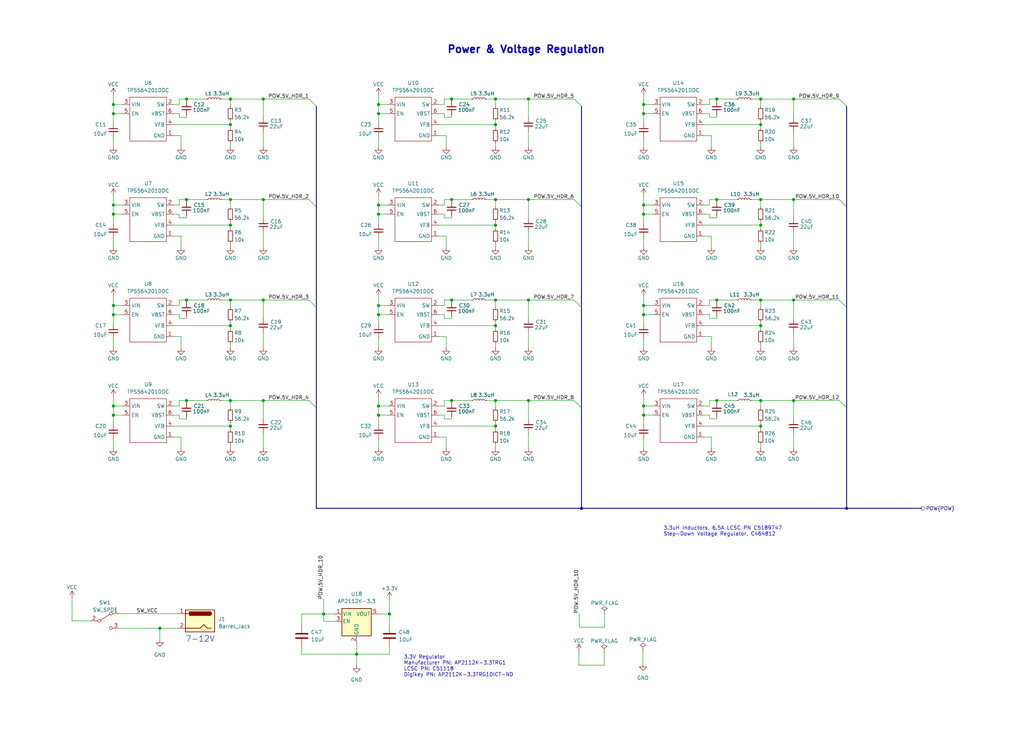
<source format=kicad_sch>
(kicad_sch (version 20250114) (generator "eeschema") (generator_version "9.0")
  (paper "User" 355.6 254)
  (title_block (title "12-12 NI G4.1 Arena Modular LED Display") (date "2024-10-08") (rev "v7.1") (company "IORodeo for Reiserlab @ Janelia"))
  (text "7-12V" (at 64.389 223.393 0) (effects (font (size 2.032 2.032)) (justify left bottom)))
  (text "\n3.3uH Inductors, 6.5A LCSC PN C5189747\nStep-Down Voltage Regulator, C464812\n\n" (at 230.378 188.468 0) (effects (font (size 1.27 1.27)) (justify left bottom)))
  (text "3.3V Regulator\nManufacturer PN: AP2112K-3.3TRG1\nLCSC PN: C51118\nDigikey PN: AP2112K-3.3TRG1DICT-ND " (at 140.208 235.331 0) (effects (font (size 1.27 1.27)) (justify left bottom)))
  (text "Power & Voltage Regulation" (at 155.194 18.796 0) (effects (font (size 2.54 2.54) (thickness 0.508) (bold yes)) (justify left bottom)))
  (junction (at 275.59 139.192))
  (junction (at 248.92 139.192))
  (junction (at 264.16 69.342))
  (junction (at 91.44 34.417))
  (junction (at 183.515 69.342))
  (junction (at 248.92 34.417))
  (junction (at 80.01 34.417))
  (junction (at 172.085 113.157))
  (junction (at 39.37 36.322))
  (junction (at 64.77 104.267))
  (junction (at 91.44 104.267))
  (junction (at 80.01 139.192))
  (junction (at 135.255 213.36))
  (junction (at 248.92 104.267))
  (junction (at 156.845 34.417))
  (junction (at 64.77 34.417))
  (junction (at 264.16 34.417))
  (junction (at 183.515 34.417))
  (junction (at 264.16 148.082))
  (junction (at 112.395 213.36))
  (junction (at 80.01 148.082))
  (junction (at 172.085 148.082))
  (junction (at 172.085 104.267))
  (junction (at 223.52 74.422))
  (junction (at 264.16 113.157))
  (junction (at 223.52 39.497))
  (junction (at 91.44 69.342))
  (junction (at 223.52 141.097))
  (junction (at 39.37 109.347))
  (junction (at 39.37 74.422))
  (junction (at 264.16 139.192))
  (junction (at 248.92 69.342))
  (junction (at 80.01 104.267))
  (junction (at 156.845 69.342))
  (junction (at 39.37 141.097))
  (junction (at 131.445 71.247))
  (junction (at 39.37 71.247))
  (junction (at 201.93 176.657))
  (junction (at 172.085 34.417))
  (junction (at 131.445 74.422))
  (junction (at 156.845 104.267))
  (junction (at 172.085 78.232))
  (junction (at 80.01 43.307))
  (junction (at 264.16 78.232))
  (junction (at 123.825 227.33))
  (junction (at 39.37 39.497))
  (junction (at 223.52 106.172))
  (junction (at 223.52 144.272))
  (junction (at 131.445 106.172))
  (junction (at 91.44 139.192))
  (junction (at 172.085 43.307))
  (junction (at 131.445 39.497))
  (junction (at 223.52 109.347))
  (junction (at 275.59 69.342))
  (junction (at 80.01 69.342))
  (junction (at 80.01 78.232))
  (junction (at 223.52 36.322))
  (junction (at 172.085 69.342))
  (junction (at 39.37 106.172))
  (junction (at 264.16 104.267))
  (junction (at 80.01 113.157))
  (junction (at 294.005 176.657))
  (junction (at 55.499 218.313))
  (junction (at 156.845 139.192))
  (junction (at 264.16 43.307))
  (junction (at 131.445 144.272))
  (junction (at 275.59 34.417))
  (junction (at 131.445 141.097))
  (junction (at 183.515 104.267))
  (junction (at 275.59 104.267))
  (junction (at 64.77 69.342))
  (junction (at 131.445 36.322))
  (junction (at 223.52 71.247))
  (junction (at 64.77 139.192))
  (junction (at 39.37 144.272))
  (junction (at 131.445 109.347))
  (junction (at 183.515 139.192))
  (junction (at 172.085 139.192))
  (bus_entry (at 107.315 69.342) (size 2.54 2.54))
  (bus_entry (at 291.465 104.267) (size 2.54 2.54))
  (bus_entry (at 199.39 139.192) (size 2.54 2.54))
  (bus_entry (at 199.39 104.267) (size 2.54 2.54))
  (bus_entry (at 291.465 139.192) (size 2.54 2.54))
  (bus_entry (at 107.315 104.267) (size 2.54 2.54))
  (bus_entry (at 107.315 139.192) (size 2.54 2.54))
  (bus_entry (at 199.39 69.342) (size 2.54 2.54))
  (bus_entry (at 291.465 34.417) (size 2.54 2.54))
  (bus_entry (at 291.465 69.342) (size 2.54 2.54))
  (bus_entry (at 107.315 34.417) (size 2.54 2.54))
  (bus_entry (at 199.39 34.417) (size 2.54 2.54))
  (wire (pts (xy 80.01 113.157) (xy 80.01 114.427)))
  (wire (pts (xy 223.52 74.422) (xy 223.52 77.597)))
  (wire (pts (xy 168.91 139.192) (xy 172.085 139.192)))
  (wire (pts (xy 247.015 82.042) (xy 247.015 85.852)))
  (wire (pts (xy 64.77 104.267) (xy 64.77 104.902)))
  (wire (pts (xy 183.515 115.697) (xy 183.515 120.777)))
  (wire (pts (xy 264.16 78.232) (xy 264.16 79.502)))
  (wire (pts (xy 156.845 69.342) (xy 156.845 69.977)))
  (wire (pts (xy 60.325 144.272) (xy 62.23 144.272)))
  (wire (pts (xy 264.16 139.192) (xy 275.59 139.192)))
  (wire (pts (xy 264.16 69.342) (xy 275.59 69.342)))
  (wire (pts (xy 39.37 144.272) (xy 39.37 147.447)))
  (wire (pts (xy 80.01 34.417) (xy 91.44 34.417)))
  (wire (pts (xy 154.94 47.117) (xy 154.94 50.927)))
  (wire (pts (xy 152.4 74.422) (xy 154.305 74.422)))
  (wire (pts (xy 264.16 104.267) (xy 275.59 104.267)))
  (wire (pts (xy 168.91 104.267) (xy 172.085 104.267)))
  (wire (pts (xy 246.38 109.347) (xy 246.38 110.617)))
  (wire (pts (xy 172.085 49.657) (xy 172.085 50.927)))
  (wire (pts (xy 64.77 34.417) (xy 71.755 34.417)))
  (wire (pts (xy 131.445 144.272) (xy 134.62 144.272)))
  (wire (pts (xy 248.92 69.342) (xy 248.92 69.977)))
  (wire (pts (xy 154.305 74.422) (xy 154.305 75.692)))
  (wire (pts (xy 183.515 34.417) (xy 199.39 34.417)))
  (wire (pts (xy 131.445 152.527) (xy 131.445 155.702)))
  (wire (pts (xy 223.52 39.497) (xy 226.695 39.497)))
  (wire (pts (xy 80.01 76.962) (xy 80.01 78.232)))
  (wire (pts (xy 131.445 36.322) (xy 134.62 36.322)))
  (wire (pts (xy 64.77 139.192) (xy 71.755 139.192)))
  (wire (pts (xy 62.865 47.117) (xy 62.865 50.927)))
  (bus (pts (xy 109.855 176.657) (xy 201.93 176.657)))
  (wire (pts (xy 152.4 113.157) (xy 172.085 113.157)))
  (wire (pts (xy 80.01 104.267) (xy 91.44 104.267)))
  (wire (pts (xy 248.92 139.192) (xy 255.905 139.192)))
  (wire (pts (xy 223.52 144.272) (xy 223.52 147.447)))
  (wire (pts (xy 62.23 36.322) (xy 60.325 36.322)))
  (wire (pts (xy 131.445 109.347) (xy 131.445 112.522)))
  (wire (pts (xy 62.23 40.767) (xy 64.77 40.767)))
  (wire (pts (xy 264.16 69.342) (xy 264.16 71.882)))
  (wire (pts (xy 80.01 34.417) (xy 80.01 36.957)))
  (wire (pts (xy 62.865 151.892) (xy 62.865 155.702)))
  (wire (pts (xy 275.59 80.772) (xy 275.59 85.852)))
  (wire (pts (xy 64.77 75.692) (xy 64.77 75.057)))
  (wire (pts (xy 154.305 104.267) (xy 156.845 104.267)))
  (wire (pts (xy 246.38 74.422) (xy 246.38 75.692)))
  (wire (pts (xy 39.37 47.752) (xy 39.37 50.927)))
  (wire (pts (xy 62.23 139.192) (xy 62.23 141.097)))
  (wire (pts (xy 247.015 47.117) (xy 247.015 50.927)))
  (wire (pts (xy 39.37 106.172) (xy 42.545 106.172)))
  (wire (pts (xy 62.23 104.267) (xy 64.77 104.267)))
  (wire (pts (xy 60.325 109.347) (xy 62.23 109.347)))
  (wire (pts (xy 172.085 69.342) (xy 172.085 71.882)))
  (wire (pts (xy 64.77 69.342) (xy 64.77 69.977)))
  (wire (pts (xy 244.475 74.422) (xy 246.38 74.422)))
  (wire (pts (xy 104.775 213.36) (xy 104.775 217.17)))
  (wire (pts (xy 264.16 104.267) (xy 264.16 106.807)))
  (wire (pts (xy 80.01 84.582) (xy 80.01 85.852)))
  (wire (pts (xy 275.59 115.697) (xy 275.59 120.777)))
  (wire (pts (xy 275.59 69.342) (xy 291.465 69.342)))
  (wire (pts (xy 131.445 82.677) (xy 131.445 85.852)))
  (wire (pts (xy 152.4 47.117) (xy 154.94 47.117)))
  (bus (pts (xy 109.855 36.957) (xy 109.855 71.882)))
  (wire (pts (xy 264.16 154.432) (xy 264.16 155.702)))
  (wire (pts (xy 39.37 33.147) (xy 39.37 36.322)))
  (wire (pts (xy 31.369 215.773) (xy 25.019 215.773)))
  (wire (pts (xy 183.515 34.417) (xy 183.515 40.767)))
  (bus (pts (xy 109.855 106.807) (xy 109.855 141.732)))
  (wire (pts (xy 131.445 144.272) (xy 131.445 147.447)))
  (wire (pts (xy 80.01 139.192) (xy 80.01 141.732)))
  (wire (pts (xy 275.59 150.622) (xy 275.59 155.702)))
  (wire (pts (xy 131.445 74.422) (xy 134.62 74.422)))
  (wire (pts (xy 154.305 141.097) (xy 152.4 141.097)))
  (wire (pts (xy 131.445 74.422) (xy 131.445 77.597)))
  (wire (pts (xy 183.515 139.192) (xy 199.39 139.192)))
  (wire (pts (xy 152.4 148.082) (xy 172.085 148.082)))
  (wire (pts (xy 76.835 139.192) (xy 80.01 139.192)))
  (wire (pts (xy 60.325 113.157) (xy 80.01 113.157)))
  (wire (pts (xy 154.94 151.892) (xy 154.94 155.702)))
  (wire (pts (xy 152.4 109.347) (xy 154.305 109.347)))
  (wire (pts (xy 223.52 106.172) (xy 226.695 106.172)))
  (wire (pts (xy 168.91 34.417) (xy 172.085 34.417)))
  (bus (pts (xy 294.005 36.957) (xy 294.005 71.882)))
  (wire (pts (xy 80.01 111.887) (xy 80.01 113.157)))
  (wire (pts (xy 275.59 34.417) (xy 291.465 34.417)))
  (wire (pts (xy 91.44 80.772) (xy 91.44 85.852)))
  (wire (pts (xy 152.4 116.967) (xy 154.94 116.967)))
  (wire (pts (xy 39.37 71.247) (xy 39.37 74.422)))
  (wire (pts (xy 172.085 34.417) (xy 172.085 36.957)))
  (wire (pts (xy 64.77 139.192) (xy 64.77 139.827)))
  (wire (pts (xy 112.395 208.28) (xy 112.395 213.36)))
  (wire (pts (xy 131.445 47.752) (xy 131.445 50.927)))
  (wire (pts (xy 223.52 141.097) (xy 223.52 144.272)))
  (wire (pts (xy 154.305 110.617) (xy 156.845 110.617)))
  (wire (pts (xy 172.085 42.037) (xy 172.085 43.307)))
  (wire (pts (xy 247.015 116.967) (xy 247.015 120.777)))
  (bus (pts (xy 294.005 176.657) (xy 320.04 176.657)))
  (wire (pts (xy 172.085 119.507) (xy 172.085 120.777)))
  (wire (pts (xy 25.019 207.899) (xy 25.019 215.773)))
  (wire (pts (xy 112.395 213.36) (xy 104.775 213.36)))
  (wire (pts (xy 39.37 109.347) (xy 39.37 112.522)))
  (wire (pts (xy 154.305 69.342) (xy 156.845 69.342)))
  (wire (pts (xy 275.59 45.847) (xy 275.59 50.927)))
  (wire (pts (xy 223.52 71.247) (xy 223.52 74.422)))
  (wire (pts (xy 135.255 224.79) (xy 135.255 227.33)))
  (wire (pts (xy 131.445 137.922) (xy 131.445 141.097)))
  (wire (pts (xy 76.835 34.417) (xy 80.01 34.417)))
  (wire (pts (xy 223.52 106.172) (xy 223.52 109.347)))
  (wire (pts (xy 172.085 84.582) (xy 172.085 85.852)))
  (wire (pts (xy 244.475 148.082) (xy 264.16 148.082)))
  (wire (pts (xy 91.44 104.267) (xy 107.315 104.267)))
  (wire (pts (xy 39.37 152.527) (xy 39.37 155.702)))
  (wire (pts (xy 172.085 104.267) (xy 172.085 106.807)))
  (wire (pts (xy 248.92 34.417) (xy 248.92 35.052)))
  (wire (pts (xy 183.515 104.267) (xy 183.515 110.617)))
  (wire (pts (xy 154.305 69.342) (xy 154.305 71.247)))
  (wire (pts (xy 183.515 80.772) (xy 183.515 85.852)))
  (wire (pts (xy 62.23 145.542) (xy 64.77 145.542)))
  (wire (pts (xy 201.041 226.441) (xy 201.041 231.14)))
  (wire (pts (xy 131.445 102.997) (xy 131.445 106.172)))
  (wire (pts (xy 275.59 139.192) (xy 291.465 139.192)))
  (wire (pts (xy 248.92 75.692) (xy 248.92 75.057)))
  (wire (pts (xy 154.305 109.347) (xy 154.305 110.617)))
  (wire (pts (xy 39.37 117.602) (xy 39.37 120.777)))
  (wire (pts (xy 131.445 68.072) (xy 131.445 71.247)))
  (wire (pts (xy 248.92 69.342) (xy 255.905 69.342)))
  (wire (pts (xy 80.01 43.307) (xy 80.01 44.577)))
  (wire (pts (xy 39.37 102.997) (xy 39.37 106.172)))
  (wire (pts (xy 183.515 45.847) (xy 183.515 50.927)))
  (wire (pts (xy 39.37 74.422) (xy 42.545 74.422)))
  (wire (pts (xy 172.085 34.417) (xy 183.515 34.417)))
  (wire (pts (xy 209.931 217.932) (xy 201.168 217.932)))
  (wire (pts (xy 223.52 117.602) (xy 223.52 120.777)))
  (wire (pts (xy 264.16 84.582) (xy 264.16 85.852)))
  (wire (pts (xy 156.845 139.192) (xy 156.845 139.827)))
  (wire (pts (xy 264.16 49.657) (xy 264.16 50.927)))
  (wire (pts (xy 246.38 34.417) (xy 246.38 36.322)))
  (wire (pts (xy 131.445 71.247) (xy 134.62 71.247)))
  (wire (pts (xy 223.266 226.06) (xy 223.266 230.505)))
  (wire (pts (xy 246.38 40.767) (xy 248.92 40.767)))
  (wire (pts (xy 154.305 36.322) (xy 152.4 36.322)))
  (wire (pts (xy 80.01 139.192) (xy 91.44 139.192)))
  (wire (pts (xy 244.475 78.232) (xy 264.16 78.232)))
  (wire (pts (xy 60.325 39.497) (xy 62.23 39.497)))
  (wire (pts (xy 223.52 137.922) (xy 223.52 141.097)))
  (wire (pts (xy 246.38 139.192) (xy 246.38 141.097)))
  (wire (pts (xy 131.445 106.172) (xy 134.62 106.172)))
  (wire (pts (xy 62.23 69.342) (xy 64.77 69.342)))
  (wire (pts (xy 172.085 139.192) (xy 172.085 141.732)))
  (wire (pts (xy 156.845 34.417) (xy 163.83 34.417)))
  (wire (pts (xy 172.085 78.232) (xy 172.085 79.502)))
  (wire (pts (xy 264.16 34.417) (xy 264.16 36.957)))
  (wire (pts (xy 64.77 145.542) (xy 64.77 144.907)))
  (wire (pts (xy 80.01 69.342) (xy 91.44 69.342)))
  (wire (pts (xy 62.23 139.192) (xy 64.77 139.192)))
  (wire (pts (xy 156.845 110.617) (xy 156.845 109.982)))
  (wire (pts (xy 154.305 34.417) (xy 154.305 36.322)))
  (wire (pts (xy 154.94 82.042) (xy 154.94 85.852)))
  (bus (pts (xy 201.93 71.882) (xy 201.93 106.807)))
  (wire (pts (xy 60.325 43.307) (xy 80.01 43.307)))
  (wire (pts (xy 275.59 104.267) (xy 291.465 104.267)))
  (wire (pts (xy 248.92 34.417) (xy 255.905 34.417)))
  (wire (pts (xy 172.085 111.887) (xy 172.085 113.157)))
  (wire (pts (xy 156.845 104.267) (xy 156.845 104.902)))
  (wire (pts (xy 209.804 226.568) (xy 209.804 231.14)))
  (wire (pts (xy 116.205 215.9) (xy 112.395 215.9)))
  (wire (pts (xy 156.845 69.342) (xy 163.83 69.342)))
  (wire (pts (xy 264.16 76.962) (xy 264.16 78.232)))
  (wire (pts (xy 62.23 39.497) (xy 62.23 40.767)))
  (wire (pts (xy 131.445 71.247) (xy 131.445 74.422)))
  (wire (pts (xy 248.92 145.542) (xy 248.92 144.907)))
  (wire (pts (xy 264.16 42.037) (xy 264.16 43.307)))
  (wire (pts (xy 135.255 227.33) (xy 123.825 227.33)))
  (wire (pts (xy 264.16 146.812) (xy 264.16 148.082)))
  (wire (pts (xy 156.845 40.767) (xy 156.845 40.132)))
  (wire (pts (xy 152.4 144.272) (xy 154.305 144.272)))
  (wire (pts (xy 60.325 82.042) (xy 62.865 82.042)))
  (wire (pts (xy 264.16 111.887) (xy 264.16 113.157)))
  (wire (pts (xy 123.825 227.33) (xy 123.825 223.52)))
  (wire (pts (xy 152.4 43.307) (xy 172.085 43.307)))
  (wire (pts (xy 156.845 34.417) (xy 156.845 35.052)))
  (wire (pts (xy 260.985 34.417) (xy 264.16 34.417)))
  (wire (pts (xy 223.52 102.997) (xy 223.52 106.172)))
  (wire (pts (xy 223.52 47.752) (xy 223.52 50.927)))
  (wire (pts (xy 64.77 104.267) (xy 71.755 104.267)))
  (wire (pts (xy 104.775 227.33) (xy 123.825 227.33)))
  (wire (pts (xy 172.085 113.157) (xy 172.085 114.427)))
  (wire (pts (xy 172.085 104.267) (xy 183.515 104.267)))
  (wire (pts (xy 62.23 34.417) (xy 64.77 34.417)))
  (wire (pts (xy 39.37 109.347) (xy 42.545 109.347)))
  (wire (pts (xy 123.825 227.33) (xy 123.825 231.14)))
  (wire (pts (xy 223.52 36.322) (xy 223.52 39.497)))
  (wire (pts (xy 209.804 231.14) (xy 201.041 231.14)))
  (wire (pts (xy 60.325 47.117) (xy 62.865 47.117)))
  (wire (pts (xy 264.16 139.192) (xy 264.16 141.732)))
  (wire (pts (xy 152.4 82.042) (xy 154.94 82.042)))
  (wire (pts (xy 104.775 224.79) (xy 104.775 227.33)))
  (wire (pts (xy 223.52 68.072) (xy 223.52 71.247)))
  (wire (pts (xy 154.305 40.767) (xy 156.845 40.767)))
  (wire (pts (xy 172.085 139.192) (xy 183.515 139.192)))
  (wire (pts (xy 223.52 74.422) (xy 226.695 74.422)))
  (wire (pts (xy 91.44 104.267) (xy 91.44 110.617)))
  (wire (pts (xy 80.01 148.082) (xy 80.01 149.352)))
  (wire (pts (xy 62.23 71.247) (xy 60.325 71.247)))
  (wire (pts (xy 172.085 76.962) (xy 172.085 78.232)))
  (bus (pts (xy 109.855 71.882) (xy 109.855 106.807)))
  (wire (pts (xy 112.395 215.9) (xy 112.395 213.36)))
  (wire (pts (xy 168.91 69.342) (xy 172.085 69.342)))
  (wire (pts (xy 62.23 69.342) (xy 62.23 71.247)))
  (wire (pts (xy 244.475 43.307) (xy 264.16 43.307)))
  (wire (pts (xy 80.01 49.657) (xy 80.01 50.927)))
  (wire (pts (xy 154.305 139.192) (xy 154.305 141.097)))
  (wire (pts (xy 260.985 104.267) (xy 264.16 104.267)))
  (wire (pts (xy 248.92 104.267) (xy 248.92 104.902)))
  (wire (pts (xy 116.205 213.36) (xy 112.395 213.36)))
  (wire (pts (xy 246.38 71.247) (xy 244.475 71.247)))
  (wire (pts (xy 131.445 39.497) (xy 134.62 39.497)))
  (wire (pts (xy 244.475 109.347) (xy 246.38 109.347)))
  (wire (pts (xy 64.77 34.417) (xy 64.77 35.052)))
  (wire (pts (xy 39.37 39.497) (xy 42.545 39.497)))
  (wire (pts (xy 62.23 104.267) (xy 62.23 106.172)))
  (wire (pts (xy 131.445 141.097) (xy 131.445 144.272)))
  (wire (pts (xy 246.38 69.342) (xy 246.38 71.247)))
  (wire (pts (xy 91.44 69.342) (xy 107.315 69.342)))
  (wire (pts (xy 246.38 141.097) (xy 244.475 141.097)))
  (wire (pts (xy 223.52 109.347) (xy 226.695 109.347)))
  (wire (pts (xy 39.37 141.097) (xy 39.37 144.272)))
  (wire (pts (xy 39.37 137.922) (xy 39.37 141.097)))
  (wire (pts (xy 246.38 39.497) (xy 246.38 40.767)))
  (wire (pts (xy 131.445 36.322) (xy 131.445 39.497)))
  (wire (pts (xy 275.59 104.267) (xy 275.59 110.617)))
  (wire (pts (xy 244.475 116.967) (xy 247.015 116.967)))
  (wire (pts (xy 223.52 152.527) (xy 223.52 155.702)))
  (wire (pts (xy 154.305 144.272) (xy 154.305 145.542)))
  (wire (pts (xy 64.77 40.767) (xy 64.77 40.132)))
  (wire (pts (xy 76.835 104.267) (xy 80.01 104.267)))
  (wire (pts (xy 154.305 106.172) (xy 152.4 106.172)))
  (bus (pts (xy 294.005 141.732) (xy 294.005 176.657)))
  (bus (pts (xy 294.005 106.807) (xy 294.005 141.732)))
  (wire (pts (xy 152.4 78.232) (xy 172.085 78.232)))
  (wire (pts (xy 248.92 139.192) (xy 248.92 139.827)))
  (wire (pts (xy 183.515 69.342) (xy 183.515 75.692)))
  (wire (pts (xy 60.325 151.892) (xy 62.865 151.892)))
  (wire (pts (xy 62.23 106.172) (xy 60.325 106.172)))
  (wire (pts (xy 91.44 139.192) (xy 91.44 145.542)))
  (wire (pts (xy 80.01 154.432) (xy 80.01 155.702)))
  (wire (pts (xy 156.845 139.192) (xy 163.83 139.192)))
  (wire (pts (xy 39.37 144.272) (xy 42.545 144.272)))
  (wire (pts (xy 39.37 68.072) (xy 39.37 71.247)))
  (wire (pts (xy 246.38 110.617) (xy 248.92 110.617)))
  (wire (pts (xy 246.38 34.417) (xy 248.92 34.417)))
  (wire (pts (xy 183.515 139.192) (xy 183.515 145.542)))
  (wire (pts (xy 39.37 36.322) (xy 39.37 39.497)))
  (bus (pts (xy 201.93 36.957) (xy 201.93 71.882)))
  (wire (pts (xy 154.305 39.497) (xy 154.305 40.767)))
  (wire (pts (xy 62.865 116.967) (xy 62.865 120.777)))
  (wire (pts (xy 60.325 78.232) (xy 80.01 78.232)))
  (wire (pts (xy 80.01 119.507) (xy 80.01 120.777)))
  (wire (pts (xy 80.01 104.267) (xy 80.01 106.807)))
  (wire (pts (xy 183.515 104.267) (xy 199.39 104.267)))
  (wire (pts (xy 91.44 115.697) (xy 91.44 120.777)))
  (wire (pts (xy 223.52 39.497) (xy 223.52 42.672)))
  (wire (pts (xy 223.52 82.677) (xy 223.52 85.852)))
  (wire (pts (xy 246.38 106.172) (xy 244.475 106.172)))
  (wire (pts (xy 246.38 145.542) (xy 248.92 145.542)))
  (wire (pts (xy 209.931 213.36) (xy 209.931 217.932)))
  (wire (pts (xy 80.01 42.037) (xy 80.01 43.307)))
  (wire (pts (xy 244.475 82.042) (xy 247.015 82.042)))
  (wire (pts (xy 80.01 69.342) (xy 80.01 71.882)))
  (wire (pts (xy 260.985 69.342) (xy 264.16 69.342)))
  (wire (pts (xy 244.475 113.157) (xy 264.16 113.157)))
  (wire (pts (xy 223.52 144.272) (xy 226.695 144.272)))
  (bus (pts (xy 201.93 106.807) (xy 201.93 141.732)))
  (wire (pts (xy 131.445 33.147) (xy 131.445 36.322)))
  (wire (pts (xy 154.305 71.247) (xy 152.4 71.247)))
  (wire (pts (xy 131.445 117.602) (xy 131.445 120.777)))
  (wire (pts (xy 80.01 146.812) (xy 80.01 148.082)))
  (wire (pts (xy 156.845 75.692) (xy 156.845 75.057)))
  (wire (pts (xy 172.085 146.812) (xy 172.085 148.082)))
  (wire (pts (xy 62.865 82.042) (xy 62.865 85.852)))
  (wire (pts (xy 201.168 213.233) (xy 201.168 217.932)))
  (wire (pts (xy 60.325 74.422) (xy 62.23 74.422)))
  (wire (pts (xy 156.845 104.267) (xy 163.83 104.267)))
  (wire (pts (xy 248.92 104.267) (xy 255.905 104.267)))
  (wire (pts (xy 247.015 151.892) (xy 247.015 155.702)))
  (wire (pts (xy 264.16 113.157) (xy 264.16 114.427)))
  (wire (pts (xy 246.38 139.192) (xy 248.92 139.192)))
  (wire (pts (xy 76.835 69.342) (xy 80.01 69.342)))
  (wire (pts (xy 183.515 150.622) (xy 183.515 155.702)))
  (wire (pts (xy 131.445 141.097) (xy 134.62 141.097)))
  (bus (pts (xy 201.93 141.732) (xy 201.93 176.657)))
  (wire (pts (xy 172.085 43.307) (xy 172.085 44.577)))
  (wire (pts (xy 244.475 151.892) (xy 247.015 151.892)))
  (wire (pts (xy 55.499 218.313) (xy 55.499 222.123)))
  (wire (pts (xy 223.52 109.347) (xy 223.52 112.522)))
  (wire (pts (xy 154.305 75.692) (xy 156.845 75.692)))
  (wire (pts (xy 135.255 213.36) (xy 135.255 217.17)))
  (wire (pts (xy 41.529 218.313) (xy 55.499 218.313)))
  (wire (pts (xy 91.44 69.342) (xy 91.44 75.692)))
  (wire (pts (xy 244.475 144.272) (xy 246.38 144.272)))
  (wire (pts (xy 91.44 139.192) (xy 107.315 139.192)))
  (wire (pts (xy 154.305 104.267) (xy 154.305 106.172)))
  (bus (pts (xy 201.93 176.657) (xy 294.005 176.657)))
  (wire (pts (xy 246.38 104.267) (xy 248.92 104.267)))
  (wire (pts (xy 62.23 109.347) (xy 62.23 110.617)))
  (wire (pts (xy 39.37 36.322) (xy 42.545 36.322)))
  (wire (pts (xy 154.94 116.967) (xy 154.94 120.777)))
  (wire (pts (xy 39.37 74.422) (xy 39.37 77.597)))
  (wire (pts (xy 154.305 145.542) (xy 156.845 145.542)))
  (wire (pts (xy 62.23 74.422) (xy 62.23 75.692)))
  (wire (pts (xy 60.325 148.082) (xy 80.01 148.082)))
  (bus (pts (xy 109.855 141.732) (xy 109.855 176.657)))
  (wire (pts (xy 41.529 213.233) (xy 61.849 213.233)))
  (wire (pts (xy 80.01 78.232) (xy 80.01 79.502)))
  (wire (pts (xy 248.92 110.617) (xy 248.92 109.982)))
  (wire (pts (xy 246.38 36.322) (xy 244.475 36.322)))
  (wire (pts (xy 264.16 148.082) (xy 264.16 149.352)))
  (wire (pts (xy 223.52 141.097) (xy 226.695 141.097)))
  (wire (pts (xy 131.445 39.497) (xy 131.445 42.672)))
  (wire (pts (xy 39.37 39.497) (xy 39.37 42.672)))
  (wire (pts (xy 62.23 144.272) (xy 62.23 145.542)))
  (wire (pts (xy 131.445 106.172) (xy 131.445 109.347)))
  (wire (pts (xy 62.23 141.097) (xy 60.325 141.097)))
  (wire (pts (xy 223.52 71.247) (xy 226.695 71.247)))
  (wire (pts (xy 64.77 110.617) (xy 64.77 109.982)))
  (wire (pts (xy 172.085 148.082) (xy 172.085 149.352)))
  (wire (pts (xy 152.4 151.892) (xy 154.94 151.892)))
  (wire (pts (xy 62.23 34.417) (xy 62.23 36.322)))
  (wire (pts (xy 60.325 116.967) (xy 62.865 116.967)))
  (wire (pts (xy 223.52 33.147) (xy 223.52 36.322)))
  (wire (pts (xy 264.16 43.307) (xy 264.16 44.577)))
  (bus (pts (xy 294.005 71.882) (xy 294.005 106.807)))
  (wire (pts (xy 154.305 139.192) (xy 156.845 139.192)))
  (wire (pts (xy 223.52 36.322) (xy 226.695 36.322)))
  (wire (pts (xy 264.16 119.507) (xy 264.16 120.777)))
  (wire (pts (xy 91.44 150.622) (xy 91.44 155.702)))
  (wire (pts (xy 154.305 34.417) (xy 156.845 34.417)))
  (wire (pts (xy 135.255 208.28) (xy 135.255 213.36)))
  (wire (pts (xy 275.59 34.417) (xy 275.59 40.767)))
  (wire (pts (xy 62.23 110.617) (xy 64.77 110.617)))
  (wire (pts (xy 55.499 218.313) (xy 61.849 218.313)))
  (wire (pts (xy 264.16 34.417) (xy 275.59 34.417)))
  (wire (pts (xy 62.23 75.692) (xy 64.77 75.692)))
  (wire (pts (xy 39.37 71.247) (xy 42.545 71.247)))
  (wire (pts (xy 39.37 106.172) (xy 39.37 109.347)))
  (wire (pts (xy 244.475 39.497) (xy 246.38 39.497)))
  (wire (pts (xy 156.845 145.542) (xy 156.845 144.907)))
  (wire (pts (xy 246.38 69.342) (xy 248.92 69.342)))
  (wire (pts (xy 64.77 69.342) (xy 71.755 69.342)))
  (wire (pts (xy 260.985 139.192) (xy 264.16 139.192)))
  (wire (pts (xy 131.445 109.347) (xy 134.62 109.347)))
  (wire (pts (xy 39.37 82.677) (xy 39.37 85.852)))
  (wire (pts (xy 91.44 45.847) (xy 91.44 50.927)))
  (wire (pts (xy 131.445 213.36) (xy 135.255 213.36)))
  (wire (pts (xy 172.085 69.342) (xy 183.515 69.342)))
  (wire (pts (xy 91.44 34.417) (xy 107.315 34.417)))
  (wire (pts (xy 275.59 139.192) (xy 275.59 145.542)))
  (wire (pts (xy 246.38 144.272) (xy 246.38 145.542)))
  (wire (pts (xy 183.515 69.342) (xy 199.39 69.342)))
  (wire (pts (xy 244.475 47.117) (xy 247.015 47.117)))
  (wire (pts (xy 172.085 154.432) (xy 172.085 155.702)))
  (wire (pts (xy 248.92 40.767) (xy 248.92 40.132)))
  (wire (pts (xy 246.38 75.692) (xy 248.92 75.692)))
  (wire (pts (xy 152.4 39.497) (xy 154.305 39.497)))
  (wire (pts (xy 275.59 69.342) (xy 275.59 75.692)))
  (wire (pts (xy 39.37 141.097) (xy 42.545 141.097)))
  (wire (pts (xy 91.44 34.417) (xy 91.44 40.767)))
  (wire (pts (xy 246.38 104.267) (xy 246.38 106.172)))
  (label "POW.5V_HDR_10" (at 201.168 213.233 90))
  (label "POW.5V_HDR_9" (at 291.465 34.417 180))
  (label "POW.5V_HDR_1" (at 107.315 34.417 180))
  (label "POW.5V_HDR_7" (at 199.39 104.267 180))
  (label "POW.5V_HDR_8" (at 199.39 139.192 180))
  (label "POW.5V_HDR_2" (at 107.315 69.342 180))
  (label "POW.5V_HDR_11" (at 291.465 104.267 180))
  (label "POW.5V_HDR_4" (at 107.315 139.192 180))
  (label "SW_VCC" (at 47.371 213.233 0))
  (label "POW.5V_HDR_3" (at 107.315 104.267 180))
  (label "POW.5V_HDR_10" (at 291.465 69.342 180))
  (label "POW.5V_HDR_12" (at 291.465 139.192 180))
  (label "POW.5V_HDR_10" (at 112.395 208.28 90))
  (label "POW.5V_HDR_6" (at 199.39 69.342 180))
  (label "POW.5V_HDR_5" (at 199.39 34.417 180))
  (hierarchical_label "POW{POW}" (shape output) (at 320.04 176.657 0))
  (symbol (lib_id "Device:C") (at 135.255 220.98 0) (unit 1)
    (property "Reference" "C48" (at 138.43 219.71 0) (effects (justify left)))
    (property "Value" "10uF" (at 138.43 222.25 0) (effects (justify left)))
    (property "Footprint" "Capacitor_SMD:C_0603_1608Metric" (effects (hide yes)))
    (property "Datasheet" "https://datasheet.octopart.com/CL10A106MA8NRNC-Samsung-Electro-Mechanics-datasheet-137745063.pdf" (effects (hide yes)))
    (property "DigiKey PN" "1276-1869-2-ND" (effects (hide yes)))
    (property "LCSC PN" "C96446" (effects (hide yes)))
    (property "PN" "CL10A106MA8NRNC" (effects (hide yes)))
  )
  (symbol (lib_id "Device:R_Small") (at 264.16 74.422 0) (unit 1)
    (property "Reference" "R21" (at 265.43 73.152 0) (effects (justify left)))
    (property "Value" "56.2k" (at 265.43 75.692 0) (effects (justify left)))
    (property "Footprint" "Resistor_SMD:R_0603_1608Metric" (effects (hide yes)))
    (property "Datasheet" "https://datasheet.octopart.com/RT0603BRD0756K2L-Yageo-datasheet-96443642.pdf" (effects (hide yes)))
    (property "DigiKey PN" "YAG4575TR-ND" (effects (hide yes)))
    (property "LCSC PN" "C705784" (effects (hide yes)))
    (property "PN" "RT0603BRD0756K2L" (effects (hide yes)))
  )
  (symbol (lib_id "arena_custom:TPS564201DDC") (at 51.435 76.327 0) (unit 1)
    (property "Reference" "U7" (at 51.435 63.754 0))
    (property "Value" "TPS564201DDC" (at 51.435 66.294 0))
    (property "Footprint" "Package_TO_SOT_SMD:SOT-23-6" (effects (hide yes)))
    (property "Datasheet" "https://www.ti.com/lit/gpn/tps564201" (effects (hide yes)))
    (property "DigiKey PN" "296-47373-2-ND" (effects (hide yes)))
    (property "LCSC PN" "C464812" (effects (hide yes)))
    (property "PN" "TPS564201DDCR" (effects (hide yes)))
  )
  (symbol (lib_id "Device:C_Small") (at 183.515 148.082 180) (unit 1)
    (property "Reference" "C34" (at 189.865 146.812 0) (effects (justify left)))
    (property "Value" "22uF" (at 190.5 148.717 0) (effects (justify left)))
    (property "Footprint" "Capacitor_SMD:C_0603_1608Metric" (effects (hide yes)))
    (property "Datasheet" "https://datasheet.octopart.com/CL10A226MO7JZNC-Samsung-Electro-Mechanics-datasheet-141347085.pdf" (effects (hide yes)))
    (property "DigiKey PN" "1276-7076-2-ND" (effects (hide yes)))
    (property "LCSC PN" "C2762594" (effects (hide yes)))
    (property "PN" "CL10A226MO7JZNC" (effects (hide yes)))
  )
  (symbol (lib_id "Device:C_Small") (at 131.445 149.987 0) (unit 1)
    (property "Reference" "C32" (at 125.095 148.082 0) (effects (justify left)))
    (property "Value" "10uF" (at 124.46 151.257 0) (effects (justify left)))
    (property "Footprint" "Capacitor_SMD:C_0603_1608Metric" (effects (hide yes)))
    (property "Datasheet" "https://datasheet.octopart.com/CL10A106MA8NRNC-Samsung-Electro-Mechanics-datasheet-137745063.pdf" (effects (hide yes)))
    (property "DigiKey PN" "1276-1869-2-ND" (effects (hide yes)))
    (property "LCSC PN" "C96446" (effects (hide yes)))
    (property "PN" "CL10A106MA8NRNC" (effects (hide yes)))
  )
  (symbol (lib_id "arena_custom:TPS564201DDC") (at 235.585 111.252 0) (unit 1)
    (property "Reference" "U16" (at 235.585 98.679 0))
    (property "Value" "TPS564201DDC" (at 235.585 101.219 0))
    (property "Footprint" "Package_TO_SOT_SMD:SOT-23-6" (effects (hide yes)))
    (property "Datasheet" "https://www.ti.com/lit/gpn/tps564201" (effects (hide yes)))
    (property "DigiKey PN" "296-47373-2-ND" (effects (hide yes)))
    (property "LCSC PN" "C464812" (effects (hide yes)))
    (property "PN" "TPS564201DDCR" (effects (hide yes)))
  )
  (symbol (lib_id "arena_custom:TPS564201DDC") (at 51.435 41.402 0) (unit 1)
    (property "Reference" "U6" (at 51.435 28.829 0))
    (property "Value" "TPS564201DDC" (at 51.435 31.369 0))
    (property "Footprint" "Package_TO_SOT_SMD:SOT-23-6" (effects (hide yes)))
    (property "Datasheet" "https://www.ti.com/lit/gpn/tps564201" (effects (hide yes)))
    (property "DigiKey PN" "296-47373-2-ND" (effects (hide yes)))
    (property "LCSC PN" "C464812" (effects (hide yes)))
    (property "PN" "TPS564201DDCR" (effects (hide yes)))
  )
  (symbol (lib_id "power:GND") (at 39.37 120.777 0) (unit 1)
    (property "Reference" "#PWR023" (effects (hide yes)))
    (property "Value" "GND" (at 39.37 124.587 0))
  )
  (symbol (lib_id "arena_custom:TPS564201DDC") (at 51.435 111.252 0) (unit 1)
    (property "Reference" "U8" (at 51.435 98.679 0))
    (property "Value" "TPS564201DDC" (at 51.435 101.219 0))
    (property "Footprint" "Package_TO_SOT_SMD:SOT-23-6" (effects (hide yes)))
    (property "Datasheet" "https://www.ti.com/lit/gpn/tps564201" (effects (hide yes)))
    (property "DigiKey PN" "296-47373-2-ND" (effects (hide yes)))
    (property "LCSC PN" "C464812" (effects (hide yes)))
    (property "PN" "TPS564201DDCR" (effects (hide yes)))
  )
  (symbol (lib_id "Device:R_Small") (at 172.085 47.117 0) (unit 1)
    (property "Reference" "R12" (at 173.355 45.847 0) (effects (justify left)))
    (property "Value" "10k" (at 173.355 48.387 0) (effects (justify left)))
    (property "Footprint" "Resistor_SMD:R_0603_1608Metric" (effects (hide yes)))
    (property "Datasheet" "https://datasheet.octopart.com/RT0603BRD0710KL-Yageo-datasheet-96443642.pdf" (effects (hide yes)))
    (property "DigiKey PN" "YAG1236TR-ND" (effects (hide yes)))
    (property "LCSC PN" "C95204" (effects (hide yes)))
    (property "PN" "RT0603BRD0710KL" (effects (hide yes)))
  )
  (symbol (lib_id "Device:C_Small") (at 183.515 113.157 180) (unit 1)
    (property "Reference" "C31" (at 189.865 111.887 0) (effects (justify left)))
    (property "Value" "22uF" (at 190.5 113.792 0) (effects (justify left)))
    (property "Footprint" "Capacitor_SMD:C_0603_1608Metric" (effects (hide yes)))
    (property "Datasheet" "https://datasheet.octopart.com/CL10A226MO7JZNC-Samsung-Electro-Mechanics-datasheet-141347085.pdf" (effects (hide yes)))
    (property "DigiKey PN" "1276-7076-2-ND" (effects (hide yes)))
    (property "LCSC PN" "C2762594" (effects (hide yes)))
    (property "PN" "CL10A226MO7JZNC" (effects (hide yes)))
  )
  (symbol (lib_id "Device:C_Small") (at 275.59 43.307 180) (unit 1)
    (property "Reference" "C37" (at 281.94 42.037 0) (effects (justify left)))
    (property "Value" "22uF" (at 282.575 43.942 0) (effects (justify left)))
    (property "Footprint" "Capacitor_SMD:C_0603_1608Metric" (effects (hide yes)))
    (property "Datasheet" "https://datasheet.octopart.com/CL10A226MO7JZNC-Samsung-Electro-Mechanics-datasheet-141347085.pdf" (effects (hide yes)))
    (property "DigiKey PN" "1276-7076-2-ND" (effects (hide yes)))
    (property "LCSC PN" "C2762594" (effects (hide yes)))
    (property "PN" "CL10A226MO7JZNC" (effects (hide yes)))
  )
  (symbol (lib_id "Device:C_Small") (at 275.59 78.232 180) (unit 1)
    (property "Reference" "C40" (at 281.94 76.962 0) (effects (justify left)))
    (property "Value" "22uF" (at 282.575 78.867 0) (effects (justify left)))
    (property "Footprint" "Capacitor_SMD:C_0603_1608Metric" (effects (hide yes)))
    (property "Datasheet" "https://datasheet.octopart.com/CL10A226MO7JZNC-Samsung-Electro-Mechanics-datasheet-141347085.pdf" (effects (hide yes)))
    (property "DigiKey PN" "1276-7076-2-ND" (effects (hide yes)))
    (property "LCSC PN" "C2762594" (effects (hide yes)))
    (property "PN" "CL10A226MO7JZNC" (effects (hide yes)))
  )
  (symbol (lib_id "power:GND") (at 62.865 85.852 0) (unit 1)
    (property "Reference" "#PWR031" (effects (hide yes)))
    (property "Value" "GND" (at 62.865 89.662 0))
  )
  (symbol (lib_id "Device:C_Small") (at 64.77 72.517 180) (unit 1)
    (property "Reference" "C15" (at 71.12 71.247 0) (effects (justify left)))
    (property "Value" "100nF" (at 73.025 73.152 0) (effects (justify left)))
    (property "Footprint" "Capacitor_SMD:C_0603_1608Metric" (effects (hide yes)))
    (property "Datasheet" "https://datasheet.octopart.com/CL10B104KB8NNNC-Samsung-datasheet-165517828.pdf" (effects (hide yes)))
    (property "DigiKey PN" "1276-1000-2-ND" (effects (hide yes)))
    (property "LCSC PN" "C1591" (effects (hide yes)))
    (property "PN" "CL10B104KB8NNNC" (effects (hide yes)))
  )
  (symbol (lib_id "power:GND") (at 62.865 120.777 0) (unit 1)
    (property "Reference" "#PWR032" (effects (hide yes)))
    (property "Value" "GND" (at 62.865 124.587 0))
  )
  (symbol (lib_id "arena_custom:TPS564201DDC") (at 143.51 146.177 0) (unit 1)
    (property "Reference" "U13" (at 143.51 133.604 0))
    (property "Value" "TPS564201DDC" (at 143.51 136.144 0))
    (property "Footprint" "Package_TO_SOT_SMD:SOT-23-6" (effects (hide yes)))
    (property "Datasheet" "https://www.ti.com/lit/gpn/tps564201" (effects (hide yes)))
    (property "DigiKey PN" "296-47373-2-ND" (effects (hide yes)))
    (property "LCSC PN" "C464812" (effects (hide yes)))
    (property "PN" "TPS564201DDCR" (effects (hide yes)))
  )
  (symbol (lib_id "Device:L_Small") (at 258.445 34.417 90) (unit 1)
    (property "Reference" "L9" (at 256.54 32.512 90))
    (property "Value" "3.3uH" (at 260.985 32.512 90))
    (property "Footprint" "arena_custom:CYA0650_3P3UH" (effects (hide yes)))
    (property "Datasheet" "https://www.lcsc.com/datasheet/lcsc_datasheet_2402201427_SHOU-HAN-CYA0630-3-3UH_C5189747.pdf" (effects (hide yes)))
    (property "LCSC PN" "C5189747" (effects (hide yes)))
    (property "PN" "CYA0630-3.3UH" (effects (hide yes)))
  )
  (symbol (lib_id "Device:C_Small") (at 91.44 43.307 180) (unit 1)
    (property "Reference" "C13" (at 97.79 42.037 0) (effects (justify left)))
    (property "Value" "22uF" (at 98.425 43.942 0) (effects (justify left)))
    (property "Footprint" "Capacitor_SMD:C_0603_1608Metric" (effects (hide yes)))
    (property "Datasheet" "https://datasheet.octopart.com/CL10A226MO7JZNC-Samsung-Electro-Mechanics-datasheet-141347085.pdf" (effects (hide yes)))
    (property "DigiKey PN" "1276-7076-2-ND" (effects (hide yes)))
    (property "LCSC PN" "C2762594" (effects (hide yes)))
    (property "PN" "CL10A226MO7JZNC" (effects (hide yes)))
  )
  (symbol (lib_id "power:GND") (at 91.44 50.927 0) (unit 1)
    (property "Reference" "#PWR054" (effects (hide yes)))
    (property "Value" "GND" (at 91.44 54.737 0))
  )
  (symbol (lib_id "power:GND") (at 223.52 120.777 0) (unit 1)
    (property "Reference" "#PWR098" (effects (hide yes)))
    (property "Value" "GND" (at 223.52 124.587 0))
  )
  (symbol (lib_id "Device:R_Small") (at 264.16 116.967 0) (unit 1)
    (property "Reference" "R24" (at 265.43 115.697 0) (effects (justify left)))
    (property "Value" "10k" (at 265.43 118.237 0) (effects (justify left)))
    (property "Footprint" "Resistor_SMD:R_0603_1608Metric" (effects (hide yes)))
    (property "Datasheet" "https://datasheet.octopart.com/RT0603BRD0710KL-Yageo-datasheet-96443642.pdf" (effects (hide yes)))
    (property "DigiKey PN" "YAG1236TR-ND" (effects (hide yes)))
    (property "LCSC PN" "C95204" (effects (hide yes)))
    (property "PN" "RT0603BRD0710KL" (effects (hide yes)))
  )
  (symbol (lib_id "arena_custom:TPS564201DDC") (at 235.585 146.177 0) (unit 1)
    (property "Reference" "U17" (at 235.585 133.604 0))
    (property "Value" "TPS564201DDC" (at 235.585 136.144 0))
    (property "Footprint" "Package_TO_SOT_SMD:SOT-23-6" (effects (hide yes)))
    (property "Datasheet" "https://www.ti.com/lit/gpn/tps564201" (effects (hide yes)))
    (property "DigiKey PN" "296-47373-2-ND" (effects (hide yes)))
    (property "LCSC PN" "C464812" (effects (hide yes)))
    (property "PN" "TPS564201DDCR" (effects (hide yes)))
  )
  (symbol (lib_id "Device:R_Small") (at 80.01 74.422 0) (unit 1)
    (property "Reference" "R5" (at 81.28 73.152 0) (effects (justify left)))
    (property "Value" "56.2k" (at 81.28 75.692 0) (effects (justify left)))
    (property "Footprint" "Resistor_SMD:R_0603_1608Metric" (effects (hide yes)))
    (property "Datasheet" "https://datasheet.octopart.com/RT0603BRD0756K2L-Yageo-datasheet-96443642.pdf" (effects (hide yes)))
    (property "DigiKey PN" "YAG4575TR-ND" (effects (hide yes)))
    (property "LCSC PN" "C705784" (effects (hide yes)))
    (property "PN" "RT0603BRD0756K2L" (effects (hide yes)))
  )
  (symbol (lib_id "power:GND") (at 91.44 120.777 0) (unit 1)
    (property "Reference" "#PWR058" (effects (hide yes)))
    (property "Value" "GND" (at 91.44 124.587 0))
  )
  (symbol (lib_id "power:GND") (at 247.015 50.927 0) (unit 1)
    (property "Reference" "#PWR0101" (effects (hide yes)))
    (property "Value" "GND" (at 247.015 54.737 0))
  )
  (symbol (lib_id "Device:C_Small") (at 275.59 113.157 180) (unit 1)
    (property "Reference" "C43" (at 281.94 111.887 0) (effects (justify left)))
    (property "Value" "22uF" (at 282.575 113.792 0) (effects (justify left)))
    (property "Footprint" "Capacitor_SMD:C_0603_1608Metric" (effects (hide yes)))
    (property "Datasheet" "https://datasheet.octopart.com/CL10A226MO7JZNC-Samsung-Electro-Mechanics-datasheet-141347085.pdf" (effects (hide yes)))
    (property "DigiKey PN" "1276-7076-2-ND" (effects (hide yes)))
    (property "LCSC PN" "C2762594" (effects (hide yes)))
    (property "PN" "CL10A226MO7JZNC" (effects (hide yes)))
  )
  (symbol (lib_id "power:GND") (at 154.94 120.777 0) (unit 1)
    (property "Reference" "#PWR083" (effects (hide yes)))
    (property "Value" "GND" (at 154.94 124.587 0))
  )
  (symbol (lib_id "power:VCC") (at 39.37 68.072 0) (unit 1)
    (property "Reference" "#PWR012" (effects (hide yes)))
    (property "Value" "VCC" (at 39.37 64.262 0))
  )
  (symbol (lib_id "power:VCC") (at 223.52 137.922 0) (unit 1)
    (property "Reference" "#PWR099" (effects (hide yes)))
    (property "Value" "VCC" (at 223.52 134.112 0))
  )
  (symbol (lib_id "Device:L_Small") (at 166.37 104.267 90) (unit 1)
    (property "Reference" "L7" (at 164.465 102.362 90))
    (property "Value" "3.3uH" (at 168.91 102.362 90))
    (property "Footprint" "arena_custom:CYA0650_3P3UH" (effects (hide yes)))
    (property "Datasheet" "https://www.lcsc.com/datasheet/lcsc_datasheet_2402201427_SHOU-HAN-CYA0630-3-3UH_C5189747.pdf" (effects (hide yes)))
    (property "LCSC PN" "C5189747" (effects (hide yes)))
    (property "PN" "CYA0630-3.3UH" (effects (hide yes)))
  )
  (symbol (lib_id "Device:C_Small") (at 156.845 142.367 180) (unit 1)
    (property "Reference" "C33" (at 163.195 141.097 0) (effects (justify left)))
    (property "Value" "100nF" (at 165.1 143.002 0) (effects (justify left)))
    (property "Footprint" "Capacitor_SMD:C_0603_1608Metric" (effects (hide yes)))
    (property "Datasheet" "https://datasheet.octopart.com/CL10B104KB8NNNC-Samsung-datasheet-165517828.pdf" (effects (hide yes)))
    (property "DigiKey PN" "1276-1000-2-ND" (effects (hide yes)))
    (property "LCSC PN" "C1591" (effects (hide yes)))
    (property "PN" "CL10B104KB8NNNC" (effects (hide yes)))
  )
  (symbol (lib_id "power:GND") (at 39.37 50.927 0) (unit 1)
    (property "Reference" "#PWR06" (effects (hide yes)))
    (property "Value" "GND" (at 39.37 54.737 0))
  )
  (symbol (lib_id "Device:R_Small") (at 80.01 47.117 0) (unit 1)
    (property "Reference" "R4" (at 81.28 45.847 0) (effects (justify left)))
    (property "Value" "10k" (at 81.28 48.387 0) (effects (justify left)))
    (property "Footprint" "Resistor_SMD:R_0603_1608Metric" (effects (hide yes)))
    (property "Datasheet" "https://datasheet.octopart.com/RT0603BRD0710KL-Yageo-datasheet-96443642.pdf" (effects (hide yes)))
    (property "DigiKey PN" "YAG1236TR-ND" (effects (hide yes)))
    (property "LCSC PN" "C95204" (effects (hide yes)))
    (property "PN" "RT0603BRD0710KL" (effects (hide yes)))
  )
  (symbol (lib_id "Device:R_Small") (at 172.085 144.272 0) (unit 1)
    (property "Reference" "R17" (at 173.355 143.002 0) (effects (justify left)))
    (property "Value" "56.2k" (at 173.355 145.542 0) (effects (justify left)))
    (property "Footprint" "Resistor_SMD:R_0603_1608Metric" (effects (hide yes)))
    (property "Datasheet" "https://datasheet.octopart.com/RT0603BRD0756K2L-Yageo-datasheet-96443642.pdf" (effects (hide yes)))
    (property "DigiKey PN" "YAG4575TR-ND" (effects (hide yes)))
    (property "LCSC PN" "C705784" (effects (hide yes)))
    (property "PN" "RT0603BRD0756K2L" (effects (hide yes)))
  )
  (symbol (lib_id "arena_custom:TPS564201DDC") (at 143.51 41.402 0) (unit 1)
    (property "Reference" "U10" (at 143.51 28.829 0))
    (property "Value" "TPS564201DDC" (at 143.51 31.369 0))
    (property "Footprint" "Package_TO_SOT_SMD:SOT-23-6" (effects (hide yes)))
    (property "Datasheet" "https://www.ti.com/lit/gpn/tps564201" (effects (hide yes)))
    (property "DigiKey PN" "296-47373-2-ND" (effects (hide yes)))
    (property "LCSC PN" "C464812" (effects (hide yes)))
    (property "PN" "TPS564201DDCR" (effects (hide yes)))
  )
  (symbol (lib_id "power:+3.3V") (at 135.255 208.28 0) (mirror y) (unit 1)
    (property "Reference" "#PWR016" (effects (hide yes)))
    (property "Value" "+3.3V" (at 135.255 204.47 0))
  )
  (symbol (lib_id "power:GND") (at 91.44 85.852 0) (unit 1)
    (property "Reference" "#PWR056" (effects (hide yes)))
    (property "Value" "GND" (at 91.44 89.662 0))
  )
  (symbol (lib_id "Device:L_Small") (at 258.445 69.342 90) (unit 1)
    (property "Reference" "L10" (at 255.397 67.437 90))
    (property "Value" "3.3uH" (at 260.985 67.437 90))
    (property "Footprint" "arena_custom:CYA0650_3P3UH" (effects (hide yes)))
    (property "Datasheet" "https://www.lcsc.com/datasheet/lcsc_datasheet_2402201427_SHOU-HAN-CYA0630-3-3UH_C5189747.pdf" (effects (hide yes)))
    (property "LCSC PN" "C5189747" (effects (hide yes)))
    (property "PN" "CYA0630-3.3UH" (effects (hide yes)))
  )
  (symbol (lib_id "Device:R_Small") (at 80.01 144.272 0) (unit 1)
    (property "Reference" "R9" (at 81.28 143.002 0) (effects (justify left)))
    (property "Value" "56.2k" (at 81.28 145.542 0) (effects (justify left)))
    (property "Footprint" "Resistor_SMD:R_0603_1608Metric" (effects (hide yes)))
    (property "Datasheet" "https://datasheet.octopart.com/RT0603BRD0756K2L-Yageo-datasheet-96443642.pdf" (effects (hide yes)))
    (property "DigiKey PN" "YAG4575TR-ND" (effects (hide yes)))
    (property "LCSC PN" "C705784" (effects (hide yes)))
    (property "PN" "RT0603BRD0756K2L" (effects (hide yes)))
  )
  (symbol (lib_id "power:VCC") (at 223.52 102.997 0) (unit 1)
    (property "Reference" "#PWR097" (effects (hide yes)))
    (property "Value" "VCC" (at 223.52 99.187 0))
  )
  (symbol (lib_id "power:VCC") (at 201.041 226.441 0) (unit 1)
    (property "Reference" "#PWR04" (effects (hide yes)))
    (property "Value" "VCC" (at 201.041 222.631 0))
  )
  (symbol (lib_id "power:GND") (at 264.16 85.852 0) (unit 1)
    (property "Reference" "#PWR0106" (effects (hide yes)))
    (property "Value" "GND" (at 264.16 89.662 0))
  )
  (symbol (lib_id "power:VCC") (at 39.37 102.997 0) (unit 1)
    (property "Reference" "#PWR022" (effects (hide yes)))
    (property "Value" "VCC" (at 39.37 99.187 0))
  )
  (symbol (lib_id "power:GND") (at 183.515 120.777 0) (unit 1)
    (property "Reference" "#PWR091" (effects (hide yes)))
    (property "Value" "GND" (at 183.515 124.587 0))
  )
  (symbol (lib_id "Device:C_Small") (at 248.92 107.442 180) (unit 1)
    (property "Reference" "C42" (at 255.27 106.172 0) (effects (justify left)))
    (property "Value" "100nF" (at 257.175 108.077 0) (effects (justify left)))
    (property "Footprint" "Capacitor_SMD:C_0603_1608Metric" (effects (hide yes)))
    (property "Datasheet" "https://datasheet.octopart.com/CL10B104KB8NNNC-Samsung-datasheet-165517828.pdf" (effects (hide yes)))
    (property "DigiKey PN" "1276-1000-2-ND" (effects (hide yes)))
    (property "LCSC PN" "C1591" (effects (hide yes)))
    (property "PN" "CL10B104KB8NNNC" (effects (hide yes)))
  )
  (symbol (lib_id "power:GND") (at 80.01 85.852 0) (unit 1)
    (property "Reference" "#PWR042" (effects (hide yes)))
    (property "Value" "GND" (at 80.01 89.662 0))
  )
  (symbol (lib_id "power:PWR_FLAG") (at 209.931 213.36 0) (unit 1)
    (property "Reference" "#FLG04" (effects (hide yes)))
    (property "Value" "PWR_FLAG" (at 209.931 209.55 0))
  )
  (symbol (lib_id "power:GND") (at 80.01 120.777 0) (unit 1)
    (property "Reference" "#PWR050" (effects (hide yes)))
    (property "Value" "GND" (at 80.01 124.587 0))
  )
  (symbol (lib_id "Device:L_Small") (at 74.295 69.342 90) (unit 1)
    (property "Reference" "L2" (at 72.39 67.437 90))
    (property "Value" "3.3uH" (at 76.835 67.437 90))
    (property "Footprint" "arena_custom:CYA0650_3P3UH" (effects (hide yes)))
    (property "Datasheet" "https://www.lcsc.com/datasheet/lcsc_datasheet_2402201427_SHOU-HAN-CYA0630-3-3UH_C5189747.pdf" (effects (hide yes)))
    (property "LCSC PN" "C5189747" (effects (hide yes)))
    (property "PN" "CYA0630-3.3UH" (effects (hide yes)))
  )
  (symbol (lib_id "power:GND") (at 131.445 85.852 0) (unit 1)
    (property "Reference" "#PWR075" (effects (hide yes)))
    (property "Value" "GND" (at 131.445 89.662 0))
  )
  (symbol (lib_id "Device:C_Small") (at 39.37 115.062 0) (unit 1)
    (property "Reference" "C17" (at 33.02 113.157 0) (effects (justify left)))
    (property "Value" "10uF" (at 32.385 116.332 0) (effects (justify left)))
    (property "Footprint" "Capacitor_SMD:C_0603_1608Metric" (effects (hide yes)))
    (property "Datasheet" "https://datasheet.octopart.com/CL10A106MA8NRNC-Samsung-Electro-Mechanics-datasheet-137745063.pdf" (effects (hide yes)))
    (property "DigiKey PN" "1276-1869-2-ND" (effects (hide yes)))
    (property "LCSC PN" "C96446" (effects (hide yes)))
    (property "PN" "CL10A106MA8NRNC" (effects (hide yes)))
  )
  (symbol (lib_id "arena_custom:TPS564201DDC") (at 51.435 146.177 0) (unit 1)
    (property "Reference" "U9" (at 51.435 133.604 0))
    (property "Value" "TPS564201DDC" (at 51.435 136.144 0))
    (property "Footprint" "Package_TO_SOT_SMD:SOT-23-6" (effects (hide yes)))
    (property "Datasheet" "https://www.ti.com/lit/gpn/tps564201" (effects (hide yes)))
    (property "DigiKey PN" "296-47373-2-ND" (effects (hide yes)))
    (property "LCSC PN" "C464812" (effects (hide yes)))
    (property "PN" "TPS564201DDCR" (effects (hide yes)))
  )
  (symbol (lib_id "Device:C_Small") (at 156.845 37.592 180) (unit 1)
    (property "Reference" "C24" (at 163.195 36.322 0) (effects (justify left)))
    (property "Value" "100nF" (at 165.1 38.227 0) (effects (justify left)))
    (property "Footprint" "Capacitor_SMD:C_0603_1608Metric" (effects (hide yes)))
    (property "Datasheet" "https://datasheet.octopart.com/CL10B104KB8NNNC-Samsung-datasheet-165517828.pdf" (effects (hide yes)))
    (property "DigiKey PN" "1276-1000-2-ND" (effects (hide yes)))
    (property "LCSC PN" "C1591" (effects (hide yes)))
    (property "PN" "CL10B104KB8NNNC" (effects (hide yes)))
  )
  (symbol (lib_id "power:GND") (at 223.52 85.852 0) (unit 1)
    (property "Reference" "#PWR096" (effects (hide yes)))
    (property "Value" "GND" (at 223.52 89.662 0))
  )
  (symbol (lib_id "Device:L_Small") (at 166.37 139.192 90) (unit 1)
    (property "Reference" "L8" (at 164.465 137.287 90))
    (property "Value" "3.3uH" (at 168.91 137.287 90))
    (property "Footprint" "arena_custom:CYA0650_3P3UH" (effects (hide yes)))
    (property "Datasheet" "https://www.lcsc.com/datasheet/lcsc_datasheet_2402201427_SHOU-HAN-CYA0630-3-3UH_C5189747.pdf" (effects (hide yes)))
    (property "LCSC PN" "C5189747" (effects (hide yes)))
    (property "PN" "CYA0630-3.3UH" (effects (hide yes)))
  )
  (symbol (lib_id "Device:C_Small") (at 131.445 115.062 0) (unit 1)
    (property "Reference" "C29" (at 125.095 113.157 0) (effects (justify left)))
    (property "Value" "10uF" (at 124.46 116.332 0) (effects (justify left)))
    (property "Footprint" "Capacitor_SMD:C_0603_1608Metric" (effects (hide yes)))
    (property "Datasheet" "https://datasheet.octopart.com/CL10A106MA8NRNC-Samsung-Electro-Mechanics-datasheet-137745063.pdf" (effects (hide yes)))
    (property "DigiKey PN" "1276-1869-2-ND" (effects (hide yes)))
    (property "LCSC PN" "C96446" (effects (hide yes)))
    (property "PN" "CL10A106MA8NRNC" (effects (hide yes)))
  )
  (symbol (lib_id "Connector:Barrel_Jack") (at 69.469 215.773 0) (mirror y) (unit 1)
    (property "Reference" "J1" (at 75.819 215.138 0) (effects (justify right)))
    (property "Value" "Barrel_Jack" (at 75.819 217.678 0) (effects (justify right)))
    (property "Footprint" "arena_custom:DCJACK_2PIN_HIGHCURRENT" (effects (hide yes)))
    (property "Datasheet" "https://datasheet.octopart.com/PJ-063AH-Same-Sky-datasheet-181917378.pdf" (effects (hide yes)))
    (property "DigiKey PN" "CP-063AH-ND" (effects (hide yes)))
    (property "LCSC PN" "C2928097" (effects (hide yes)))
    (property "PN" "PJ-063AH" (effects (hide yes)))
  )
  (symbol (lib_id "Device:R_Small") (at 264.16 109.347 0) (unit 1)
    (property "Reference" "R23" (at 265.43 108.077 0) (effects (justify left)))
    (property "Value" "56.2k" (at 265.43 110.617 0) (effects (justify left)))
    (property "Footprint" "Resistor_SMD:R_0603_1608Metric" (effects (hide yes)))
    (property "Datasheet" "https://datasheet.octopart.com/RT0603BRD0756K2L-Yageo-datasheet-96443642.pdf" (effects (hide yes)))
    (property "DigiKey PN" "YAG4575TR-ND" (effects (hide yes)))
    (property "LCSC PN" "C705784" (effects (hide yes)))
    (property "PN" "RT0603BRD0756K2L" (effects (hide yes)))
  )
  (symbol (lib_id "arena_custom:TPS564201DDC") (at 235.585 76.327 0) (unit 1)
    (property "Reference" "U15" (at 235.585 63.754 0))
    (property "Value" "TPS564201DDC" (at 235.585 66.294 0))
    (property "Footprint" "Package_TO_SOT_SMD:SOT-23-6" (effects (hide yes)))
    (property "Datasheet" "https://www.ti.com/lit/gpn/tps564201" (effects (hide yes)))
    (property "DigiKey PN" "296-47373-2-ND" (effects (hide yes)))
    (property "LCSC PN" "C464812" (effects (hide yes)))
    (property "PN" "TPS564201DDCR" (effects (hide yes)))
  )
  (symbol (lib_id "power:VCC") (at 131.445 33.147 0) (unit 1)
    (property "Reference" "#PWR066" (effects (hide yes)))
    (property "Value" "VCC" (at 131.445 29.337 0))
  )
  (symbol (lib_id "power:GND") (at 123.825 231.14 0) (unit 1)
    (property "Reference" "#PWR07" (effects (hide yes)))
    (property "Value" "GND" (at 123.825 236.22 0))
  )
  (symbol (lib_id "power:VCC") (at 223.52 33.147 0) (unit 1)
    (property "Reference" "#PWR093" (effects (hide yes)))
    (property "Value" "VCC" (at 223.52 29.337 0))
  )
  (symbol (lib_id "Device:R_Small") (at 264.16 39.497 0) (unit 1)
    (property "Reference" "R19" (at 265.43 38.227 0) (effects (justify left)))
    (property "Value" "56.2k" (at 265.43 40.767 0) (effects (justify left)))
    (property "Footprint" "Resistor_SMD:R_0603_1608Metric" (effects (hide yes)))
    (property "Datasheet" "https://datasheet.octopart.com/RT0603BRD0756K2L-Yageo-datasheet-96443642.pdf" (effects (hide yes)))
    (property "DigiKey PN" "YAG4575TR-ND" (effects (hide yes)))
    (property "LCSC PN" "C705784" (effects (hide yes)))
    (property "PN" "RT0603BRD0756K2L" (effects (hide yes)))
  )
  (symbol (lib_id "power:GND") (at 172.085 120.777 0) (unit 1)
    (property "Reference" "#PWR087" (effects (hide yes)))
    (property "Value" "GND" (at 172.085 124.587 0))
  )
  (symbol (lib_id "power:VCC") (at 131.445 137.922 0) (unit 1)
    (property "Reference" "#PWR079" (effects (hide yes)))
    (property "Value" "VCC" (at 131.445 134.112 0))
  )
  (symbol (lib_id "Switch:SW_SPDT") (at 36.449 215.773 0) (unit 1)
    (property "Reference" "SW1" (at 36.449 209.423 0))
    (property "Value" "SW_SPDT" (at 36.449 211.963 0))
    (property "Footprint" "arena_custom:slide_switch" (effects (hide yes)))
    (property "DigiKey PN" "CKC5102-ND" (effects (hide yes)))
    (property "LCSC PN" "C2798743" (effects (hide yes)))
    (property "PN" "L102021ML04Q" (effects (hide yes)))
  )
  (symbol (lib_id "Device:C_Small") (at 39.37 45.212 0) (unit 1)
    (property "Reference" "C11" (at 33.02 43.307 0) (effects (justify left)))
    (property "Value" "10uF" (at 32.385 46.482 0) (effects (justify left)))
    (property "Footprint" "Capacitor_SMD:C_0603_1608Metric" (effects (hide yes)))
    (property "Datasheet" "https://datasheet.octopart.com/CL10A106MA8NRNC-Samsung-Electro-Mechanics-datasheet-137745063.pdf" (effects (hide yes)))
    (property "DigiKey PN" "1276-1869-2-ND" (effects (hide yes)))
    (property "LCSC PN" "C96446" (effects (hide yes)))
    (property "PN" "CL10A106MA8NRNC" (effects (hide yes)))
  )
  (symbol (lib_id "power:GND") (at 183.515 50.927 0) (unit 1)
    (property "Reference" "#PWR089" (effects (hide yes)))
    (property "Value" "GND" (at 183.515 54.737 0))
  )
  (symbol (lib_id "power:GND") (at 39.37 155.702 0) (unit 1)
    (property "Reference" "#PWR027" (effects (hide yes)))
    (property "Value" "GND" (at 39.37 159.512 0))
  )
  (symbol (lib_id "Device:C_Small") (at 183.515 78.232 180) (unit 1)
    (property "Reference" "C28" (at 189.865 76.962 0) (effects (justify left)))
    (property "Value" "22uF" (at 190.5 78.867 0) (effects (justify left)))
    (property "Footprint" "Capacitor_SMD:C_0603_1608Metric" (effects (hide yes)))
    (property "Datasheet" "https://datasheet.octopart.com/CL10A226MO7JZNC-Samsung-Electro-Mechanics-datasheet-141347085.pdf" (effects (hide yes)))
    (property "DigiKey PN" "1276-7076-2-ND" (effects (hide yes)))
    (property "LCSC PN" "C2762594" (effects (hide yes)))
    (property "PN" "CL10A226MO7JZNC" (effects (hide yes)))
  )
  (symbol (lib_id "power:VCC") (at 223.52 68.072 0) (unit 1)
    (property "Reference" "#PWR095" (effects (hide yes)))
    (property "Value" "VCC" (at 223.52 64.262 0))
  )
  (symbol (lib_id "Device:C_Small") (at 223.52 80.137 0) (unit 1)
    (property "Reference" "C38" (at 217.17 78.232 0) (effects (justify left)))
    (property "Value" "10uF" (at 216.535 81.407 0) (effects (justify left)))
    (property "Footprint" "Capacitor_SMD:C_0603_1608Metric" (effects (hide yes)))
    (property "Datasheet" "https://datasheet.octopart.com/CL10A106MA8NRNC-Samsung-Electro-Mechanics-datasheet-137745063.pdf" (effects (hide yes)))
    (property "DigiKey PN" "1276-1869-2-ND" (effects (hide yes)))
    (property "LCSC PN" "C96446" (effects (hide yes)))
    (property "PN" "CL10A106MA8NRNC" (effects (hide yes)))
  )
  (symbol (lib_id "Device:C_Small") (at 156.845 107.442 180) (unit 1)
    (property "Reference" "C30" (at 163.195 106.172 0) (effects (justify left)))
    (property "Value" "100nF" (at 165.1 108.077 0) (effects (justify left)))
    (property "Footprint" "Capacitor_SMD:C_0603_1608Metric" (effects (hide yes)))
    (property "Datasheet" "https://datasheet.octopart.com/CL10B104KB8NNNC-Samsung-datasheet-165517828.pdf" (effects (hide yes)))
    (property "DigiKey PN" "1276-1000-2-ND" (effects (hide yes)))
    (property "LCSC PN" "C1591" (effects (hide yes)))
    (property "PN" "CL10B104KB8NNNC" (effects (hide yes)))
  )
  (symbol (lib_id "power:GND") (at 172.085 155.702 0) (unit 1)
    (property "Reference" "#PWR088" (effects (hide yes)))
    (property "Value" "GND" (at 172.085 159.512 0))
  )
  (symbol (lib_id "Device:C_Small") (at 248.92 72.517 180) (unit 1)
    (property "Reference" "C39" (at 255.27 71.247 0) (effects (justify left)))
    (property "Value" "100nF" (at 257.175 73.152 0) (effects (justify left)))
    (property "Footprint" "Capacitor_SMD:C_0603_1608Metric" (effects (hide yes)))
    (property "Datasheet" "https://datasheet.octopart.com/CL10B104KB8NNNC-Samsung-datasheet-165517828.pdf" (effects (hide yes)))
    (property "DigiKey PN" "1276-1000-2-ND" (effects (hide yes)))
    (property "LCSC PN" "C1591" (effects (hide yes)))
    (property "PN" "CL10B104KB8NNNC" (effects (hide yes)))
  )
  (symbol (lib_id "Device:R_Small") (at 172.085 39.497 0) (unit 1)
    (property "Reference" "R11" (at 173.355 38.227 0) (effects (justify left)))
    (property "Value" "56.2k" (at 173.355 40.767 0) (effects (justify left)))
    (property "Footprint" "Resistor_SMD:R_0603_1608Metric" (effects (hide yes)))
    (property "Datasheet" "https://datasheet.octopart.com/RT0603BRD0756K2L-Yageo-datasheet-96443642.pdf" (effects (hide yes)))
    (property "DigiKey PN" "YAG4575TR-ND" (effects (hide yes)))
    (property "LCSC PN" "C705784" (effects (hide yes)))
    (property "PN" "RT0603BRD0756K2L" (effects (hide yes)))
  )
  (symbol (lib_id "power:GND") (at 131.445 50.927 0) (unit 1)
    (property "Reference" "#PWR070" (effects (hide yes)))
    (property "Value" "GND" (at 131.445 54.737 0))
  )
  (symbol (lib_id "arena_custom:TPS564201DDC") (at 143.51 76.327 0) (unit 1)
    (property "Reference" "U11" (at 143.51 63.754 0))
    (property "Value" "TPS564201DDC" (at 143.51 66.294 0))
    (property "Footprint" "Package_TO_SOT_SMD:SOT-23-6" (effects (hide yes)))
    (property "Datasheet" "https://www.ti.com/lit/gpn/tps564201" (effects (hide yes)))
    (property "DigiKey PN" "296-47373-2-ND" (effects (hide yes)))
    (property "LCSC PN" "C464812" (effects (hide yes)))
    (property "PN" "TPS564201DDCR" (effects (hide yes)))
  )
  (symbol (lib_id "power:GND") (at 131.445 120.777 0) (unit 1)
    (property "Reference" "#PWR078" (effects (hide yes)))
    (property "Value" "GND" (at 131.445 124.587 0))
  )
  (symbol (lib_id "power:VCC") (at 39.37 33.147 0) (unit 1)
    (property "Reference" "#PWR02" (effects (hide yes)))
    (property "Value" "VCC" (at 39.37 29.337 0))
  )
  (symbol (lib_id "power:GND") (at 131.445 155.702 0) (unit 1)
    (property "Reference" "#PWR080" (effects (hide yes)))
    (property "Value" "GND" (at 131.445 159.512 0))
  )
  (symbol (lib_id "Device:C_Small") (at 248.92 37.592 180) (unit 1)
    (property "Reference" "C36" (at 255.27 36.322 0) (effects (justify left)))
    (property "Value" "100nF" (at 257.175 38.227 0) (effects (justify left)))
    (property "Footprint" "Capacitor_SMD:C_0603_1608Metric" (effects (hide yes)))
    (property "Datasheet" "https://datasheet.octopart.com/CL10B104KB8NNNC-Samsung-datasheet-165517828.pdf" (effects (hide yes)))
    (property "DigiKey PN" "1276-1000-2-ND" (effects (hide yes)))
    (property "LCSC PN" "C1591" (effects (hide yes)))
    (property "PN" "CL10B104KB8NNNC" (effects (hide yes)))
  )
  (symbol (lib_id "Device:C_Small") (at 91.44 78.232 180) (unit 1)
    (property "Reference" "C16" (at 97.79 76.962 0) (effects (justify left)))
    (property "Value" "22uF" (at 98.425 78.867 0) (effects (justify left)))
    (property "Footprint" "Capacitor_SMD:C_0603_1608Metric" (effects (hide yes)))
    (property "Datasheet" "https://datasheet.octopart.com/CL10A226MO7JZNC-Samsung-Electro-Mechanics-datasheet-141347085.pdf" (effects (hide yes)))
    (property "DigiKey PN" "1276-7076-2-ND" (effects (hide yes)))
    (property "LCSC PN" "C2762594" (effects (hide yes)))
    (property "PN" "CL10A226MO7JZNC" (effects (hide yes)))
  )
  (symbol (lib_id "power:GND") (at 39.37 85.852 0) (unit 1)
    (property "Reference" "#PWR021" (effects (hide yes)))
    (property "Value" "GND" (at 39.37 89.662 0))
  )
  (symbol (lib_id "power:GND") (at 264.16 50.927 0) (unit 1)
    (property "Reference" "#PWR0105" (effects (hide yes)))
    (property "Value" "GND" (at 264.16 54.737 0))
  )
  (symbol (lib_id "Device:C_Small") (at 275.59 148.082 180) (unit 1)
    (property "Reference" "C46" (at 281.94 146.812 0) (effects (justify left)))
    (property "Value" "22uF" (at 282.575 148.717 0) (effects (justify left)))
    (property "Footprint" "Capacitor_SMD:C_0603_1608Metric" (effects (hide yes)))
    (property "Datasheet" "https://datasheet.octopart.com/CL10A226MO7JZNC-Samsung-Electro-Mechanics-datasheet-141347085.pdf" (effects (hide yes)))
    (property "DigiKey PN" "1276-7076-2-ND" (effects (hide yes)))
    (property "LCSC PN" "C2762594" (effects (hide yes)))
    (property "PN" "CL10A226MO7JZNC" (effects (hide yes)))
  )
  (symbol (lib_id "power:GND") (at 154.94 155.702 0) (unit 1)
    (property "Reference" "#PWR084" (effects (hide yes)))
    (property "Value" "GND" (at 154.94 159.512 0))
  )
  (symbol (lib_id "power:GND") (at 154.94 85.852 0) (unit 1)
    (property "Reference" "#PWR082" (effects (hide yes)))
    (property "Value" "GND" (at 154.94 89.662 0))
  )
  (symbol (lib_id "Device:R_Small") (at 264.16 151.892 0) (unit 1)
    (property "Reference" "R26" (at 265.43 150.622 0) (effects (justify left)))
    (property "Value" "10k" (at 265.43 153.162 0) (effects (justify left)))
    (property "Footprint" "Resistor_SMD:R_0603_1608Metric" (effects (hide yes)))
    (property "Datasheet" "https://datasheet.octopart.com/RT0603BRD0710KL-Yageo-datasheet-96443642.pdf" (effects (hide yes)))
    (property "DigiKey PN" "YAG1236TR-ND" (effects (hide yes)))
    (property "LCSC PN" "C95204" (effects (hide yes)))
    (property "PN" "RT0603BRD0710KL" (effects (hide yes)))
  )
  (symbol (lib_id "Device:C_Small") (at 223.52 115.062 0) (unit 1)
    (property "Reference" "C41" (at 217.17 113.157 0) (effects (justify left)))
    (property "Value" "10uF" (at 216.535 116.332 0) (effects (justify left)))
    (property "Footprint" "Capacitor_SMD:C_0603_1608Metric" (effects (hide yes)))
    (property "Datasheet" "https://datasheet.octopart.com/CL10A106MA8NRNC-Samsung-Electro-Mechanics-datasheet-137745063.pdf" (effects (hide yes)))
    (property "DigiKey PN" "1276-1869-2-ND" (effects (hide yes)))
    (property "LCSC PN" "C96446" (effects (hide yes)))
    (property "PN" "CL10A106MA8NRNC" (effects (hide yes)))
  )
  (symbol (lib_id "arena_custom:TPS564201DDC") (at 235.585 41.402 0) (unit 1)
    (property "Reference" "U14" (at 235.585 28.829 0))
    (property "Value" "TPS564201DDC" (at 235.585 31.369 0))
    (property "Footprint" "Package_TO_SOT_SMD:SOT-23-6" (effects (hide yes)))
    (property "Datasheet" "https://www.ti.com/lit/gpn/tps564201" (effects (hide yes)))
    (property "DigiKey PN" "296-47373-2-ND" (effects (hide yes)))
    (property "LCSC PN" "C464812" (effects (hide yes)))
    (property "PN" "TPS564201DDCR" (effects (hide yes)))
  )
  (symbol (lib_id "power:GND") (at 275.59 120.777 0) (unit 1)
    (property "Reference" "#PWR0111" (effects (hide yes)))
    (property "Value" "GND" (at 275.59 124.587 0))
  )
  (symbol (lib_id "power:GND") (at 183.515 85.852 0) (unit 1)
    (property "Reference" "#PWR090" (effects (hide yes)))
    (property "Value" "GND" (at 183.515 89.662 0))
  )
  (symbol (lib_id "power:VCC") (at 131.445 102.997 0) (unit 1)
    (property "Reference" "#PWR076" (effects (hide yes)))
    (property "Value" "VCC" (at 131.445 99.187 0))
  )
  (symbol (lib_id "power:VCC") (at 39.37 137.922 0) (unit 1)
    (property "Reference" "#PWR024" (effects (hide yes)))
    (property "Value" "VCC" (at 39.37 134.112 0))
  )
  (symbol (lib_id "power:GND") (at 247.015 120.777 0) (unit 1)
    (property "Reference" "#PWR0103" (effects (hide yes)))
    (property "Value" "GND" (at 247.015 124.587 0))
  )
  (symbol (lib_id "Device:C_Small") (at 223.52 149.987 0) (unit 1)
    (property "Reference" "C44" (at 217.17 148.082 0) (effects (justify left)))
    (property "Value" "10uF" (at 216.535 151.257 0) (effects (justify left)))
    (property "Footprint" "Capacitor_SMD:C_0603_1608Metric" (effects (hide yes)))
    (property "Datasheet" "https://datasheet.octopart.com/CL10A106MA8NRNC-Samsung-Electro-Mechanics-datasheet-137745063.pdf" (effects (hide yes)))
    (property "DigiKey PN" "1276-1869-2-ND" (effects (hide yes)))
    (property "LCSC PN" "C96446" (effects (hide yes)))
    (property "PN" "CL10A106MA8NRNC" (effects (hide yes)))
  )
  (symbol (lib_id "Device:L_Small") (at 74.295 139.192 90) (unit 1)
    (property "Reference" "L4" (at 72.39 137.287 90))
    (property "Value" "3.3uH" (at 76.835 137.287 90))
    (property "Footprint" "arena_custom:CYA0650_3P3UH" (effects (hide yes)))
    (property "Datasheet" "https://www.lcsc.com/datasheet/lcsc_datasheet_2402201427_SHOU-HAN-CYA0630-3-3UH_C5189747.pdf" (effects (hide yes)))
    (property "LCSC PN" "C5189747" (effects (hide yes)))
    (property "PN" "CYA0630-3.3UH" (effects (hide yes)))
  )
  (symbol (lib_id "Device:R_Small") (at 80.01 116.967 0) (unit 1)
    (property "Reference" "R8" (at 81.28 115.697 0) (effects (justify left)))
    (property "Value" "10k" (at 81.28 118.237 0) (effects (justify left)))
    (property "Footprint" "Resistor_SMD:R_0603_1608Metric" (effects (hide yes)))
    (property "Datasheet" "https://datasheet.octopart.com/RT0603BRD0710KL-Yageo-datasheet-96443642.pdf" (effects (hide yes)))
    (property "DigiKey PN" "YAG1236TR-ND" (effects (hide yes)))
    (property "LCSC PN" "C95204" (effects (hide yes)))
    (property "PN" "RT0603BRD0710KL" (effects (hide yes)))
  )
  (symbol (lib_id "power:VCC") (at 25.019 207.899 0) (unit 1)
    (property "Reference" "#PWR073" (effects (hide yes)))
    (property "Value" "VCC" (at 25.019 204.089 0))
  )
  (symbol (lib_id "Device:C_Small") (at 131.445 45.212 0) (unit 1)
    (property "Reference" "C23" (at 125.095 43.307 0) (effects (justify left)))
    (property "Value" "10uF" (at 124.46 46.482 0) (effects (justify left)))
    (property "Footprint" "Capacitor_SMD:C_0603_1608Metric" (effects (hide yes)))
    (property "Datasheet" "https://datasheet.octopart.com/CL10A106MA8NRNC-Samsung-Electro-Mechanics-datasheet-137745063.pdf" (effects (hide yes)))
    (property "DigiKey PN" "1276-1869-2-ND" (effects (hide yes)))
    (property "LCSC PN" "C96446" (effects (hide yes)))
    (property "PN" "CL10A106MA8NRNC" (effects (hide yes)))
  )
  (symbol (lib_id "power:GND") (at 55.499 222.123 0) (unit 1)
    (property "Reference" "#PWR077" (effects (hide yes)))
    (property "Value" "GND" (at 55.499 227.584 0))
  )
  (symbol (lib_id "Device:R_Small") (at 80.01 39.497 0) (unit 1)
    (property "Reference" "R3" (at 81.28 38.227 0) (effects (justify left)))
    (property "Value" "56.2k" (at 81.28 40.767 0) (effects (justify left)))
    (property "Footprint" "Resistor_SMD:R_0603_1608Metric" (effects (hide yes)))
    (property "Datasheet" "https://datasheet.octopart.com/RT0603BRD0756K2L-Yageo-datasheet-96443642.pdf" (effects (hide yes)))
    (property "DigiKey PN" "YAG4575TR-ND" (effects (hide yes)))
    (property "LCSC PN" "C705784" (effects (hide yes)))
    (property "PN" "RT0603BRD0756K2L" (effects (hide yes)))
  )
  (symbol (lib_id "Device:L_Small") (at 74.295 104.267 90) (unit 1)
    (property "Reference" "L3" (at 72.39 102.362 90))
    (property "Value" "3.3uH" (at 76.835 102.362 90))
    (property "Footprint" "arena_custom:CYA0650_3P3UH" (effects (hide yes)))
    (property "Datasheet" "https://www.lcsc.com/datasheet/lcsc_datasheet_2402201427_SHOU-HAN-CYA0630-3-3UH_C5189747.pdf" (effects (hide yes)))
    (property "LCSC PN" "C5189747" (effects (hide yes)))
    (property "PN" "CYA0630-3.3UH" (effects (hide yes)))
  )
  (symbol (lib_id "Device:C_Small") (at 64.77 37.592 180) (unit 1)
    (property "Reference" "C12" (at 71.12 36.322 0) (effects (justify left)))
    (property "Value" "100nF" (at 73.025 38.227 0) (effects (justify left)))
    (property "Footprint" "Capacitor_SMD:C_0603_1608Metric" (effects (hide yes)))
    (property "Datasheet" "https://datasheet.octopart.com/CL10B104KB8NNNC-Samsung-datasheet-165517828.pdf" (effects (hide yes)))
    (property "DigiKey PN" "1276-1000-2-ND" (effects (hide yes)))
    (property "LCSC PN" "C1591" (effects (hide yes)))
    (property "PN" "CL10B104KB8NNNC" (effects (hide yes)))
  )
  (symbol (lib_id "power:GND") (at 183.515 155.702 0) (unit 1)
    (property "Reference" "#PWR092" (effects (hide yes)))
    (property "Value" "GND" (at 183.515 159.512 0))
  )
  (symbol (lib_id "Device:C_Small") (at 248.92 142.367 180) (unit 1)
    (property "Reference" "C45" (at 255.27 141.097 0) (effects (justify left)))
    (property "Value" "100nF" (at 257.175 143.002 0) (effects (justify left)))
    (property "Footprint" "Capacitor_SMD:C_0603_1608Metric" (effects (hide yes)))
    (property "Datasheet" "https://datasheet.octopart.com/CL10B104KB8NNNC-Samsung-datasheet-165517828.pdf" (effects (hide yes)))
    (property "DigiKey PN" "1276-1000-2-ND" (effects (hide yes)))
    (property "LCSC PN" "C1591" (effects (hide yes)))
    (property "PN" "CL10B104KB8NNNC" (effects (hide yes)))
  )
  (symbol (lib_id "Device:L_Small") (at 74.295 34.417 90) (unit 1)
    (property "Reference" "L1" (at 72.39 32.512 90))
    (property "Value" "3.3uH" (at 76.835 32.512 90))
    (property "Footprint" "arena_custom:CYA0650_3P3UH" (effects (hide yes)))
    (property "Datasheet" "https://www.lcsc.com/datasheet/lcsc_datasheet_2402201427_SHOU-HAN-CYA0630-3-3UH_C5189747.pdf" (effects (hide yes)))
    (property "LCSC PN" "C5189747" (effects (hide yes)))
    (property "PN" "CYA0630-3.3UH" (effects (hide yes)))
  )
  (symbol (lib_id "Device:C_Small") (at 91.44 113.157 180) (unit 1)
    (property "Reference" "C19" (at 97.79 111.887 0) (effects (justify left)))
    (property "Value" "22uF" (at 98.425 113.792 0) (effects (justify left)))
    (property "Footprint" "Capacitor_SMD:C_0603_1608Metric" (effects (hide yes)))
    (property "Datasheet" "https://datasheet.octopart.com/CL10A226MO7JZNC-Samsung-Electro-Mechanics-datasheet-141347085.pdf" (effects (hide yes)))
    (property "DigiKey PN" "1276-7076-2-ND" (effects (hide yes)))
    (property "LCSC PN" "C2762594" (effects (hide yes)))
    (property "PN" "CL10A226MO7JZNC" (effects (hide yes)))
  )
  (symbol (lib_id "Device:R_Small") (at 172.085 109.347 0) (unit 1)
    (property "Reference" "R15" (at 173.355 108.077 0) (effects (justify left)))
    (property "Value" "56.2k" (at 173.355 110.617 0) (effects (justify left)))
    (property "Footprint" "Resistor_SMD:R_0603_1608Metric" (effects (hide yes)))
    (property "Datasheet" "https://datasheet.octopart.com/RT0603BRD0756K2L-Yageo-datasheet-96443642.pdf" (effects (hide yes)))
    (property "DigiKey PN" "YAG4575TR-ND" (effects (hide yes)))
    (property "LCSC PN" "C705784" (effects (hide yes)))
    (property "PN" "RT0603BRD0756K2L" (effects (hide yes)))
  )
  (symbol (lib_id "power:PWR_FLAG") (at 223.266 226.06 0) (unit 1)
    (property "Reference" "#FLG03" (effects (hide yes)))
    (property "Value" "PWR_FLAG" (at 223.266 222.25 0))
  )
  (symbol (lib_id "Device:C_Small") (at 91.44 148.082 180) (unit 1)
    (property "Reference" "C22" (at 97.79 146.812 0) (effects (justify left)))
    (property "Value" "22uF" (at 98.425 148.717 0) (effects (justify left)))
    (property "Footprint" "Capacitor_SMD:C_0603_1608Metric" (effects (hide yes)))
    (property "Datasheet" "https://datasheet.octopart.com/CL10A226MO7JZNC-Samsung-Electro-Mechanics-datasheet-141347085.pdf" (effects (hide yes)))
    (property "DigiKey PN" "1276-7076-2-ND" (effects (hide yes)))
    (property "LCSC PN" "C2762594" (effects (hide yes)))
    (property "PN" "CL10A226MO7JZNC" (effects (hide yes)))
  )
  (symbol (lib_id "arena_custom:TPS564201DDC") (at 143.51 111.252 0) (unit 1)
    (property "Reference" "U12" (at 143.51 98.679 0))
    (property "Value" "TPS564201DDC" (at 143.51 101.219 0))
    (property "Footprint" "Package_TO_SOT_SMD:SOT-23-6" (effects (hide yes)))
    (property "Datasheet" "https://www.ti.com/lit/gpn/tps564201" (effects (hide yes)))
    (property "DigiKey PN" "296-47373-2-ND" (effects (hide yes)))
    (property "LCSC PN" "C464812" (effects (hide yes)))
    (property "PN" "TPS564201DDCR" (effects (hide yes)))
  )
  (symbol (lib_id "Device:R_Small") (at 172.085 151.892 0) (unit 1)
    (property "Reference" "R18" (at 173.355 150.622 0) (effects (justify left)))
    (property "Value" "10k" (at 173.355 153.162 0) (effects (justify left)))
    (property "Footprint" "Resistor_SMD:R_0603_1608Metric" (effects (hide yes)))
    (property "Datasheet" "https://datasheet.octopart.com/RT0603BRD0710KL-Yageo-datasheet-96443642.pdf" (effects (hide yes)))
    (property "DigiKey PN" "YAG1236TR-ND" (effects (hide yes)))
    (property "LCSC PN" "C95204" (effects (hide yes)))
    (property "PN" "RT0603BRD0710KL" (effects (hide yes)))
  )
  (symbol (lib_id "Device:L_Small") (at 258.445 139.192 90) (unit 1)
    (property "Reference" "L12" (at 254.508 137.033 90))
    (property "Value" "3.3uH" (at 260.985 137.287 90))
    (property "Footprint" "arena_custom:CYA0650_3P3UH" (effects (hide yes)))
    (property "Datasheet" "https://www.lcsc.com/datasheet/lcsc_datasheet_2402201427_SHOU-HAN-CYA0630-3-3UH_C5189747.pdf" (effects (hide yes)))
    (property "LCSC PN" "C5189747" (effects (hide yes)))
    (property "PN" "CYA0630-3.3UH" (effects (hide yes)))
  )
  (symbol (lib_id "power:VCC") (at 131.445 68.072 0) (unit 1)
    (property "Reference" "#PWR074" (effects (hide yes)))
    (property "Value" "VCC" (at 131.445 64.262 0))
  )
  (symbol (lib_id "Device:C_Small") (at 39.37 80.137 0) (unit 1)
    (property "Reference" "C14" (at 33.02 78.232 0) (effects (justify left)))
    (property "Value" "10uF" (at 32.385 81.407 0) (effects (justify left)))
    (property "Footprint" "Capacitor_SMD:C_0603_1608Metric" (effects (hide yes)))
    (property "Datasheet" "https://datasheet.octopart.com/CL10A106MA8NRNC-Samsung-Electro-Mechanics-datasheet-137745063.pdf" (effects (hide yes)))
    (property "DigiKey PN" "1276-1869-2-ND" (effects (hide yes)))
    (property "LCSC PN" "C96446" (effects (hide yes)))
    (property "PN" "CL10A106MA8NRNC" (effects (hide yes)))
  )
  (symbol (lib_id "power:GND") (at 80.01 50.927 0) (unit 1)
    (property "Reference" "#PWR038" (effects (hide yes)))
    (property "Value" "GND" (at 80.01 54.737 0))
  )
  (symbol (lib_id "power:PWR_FLAG") (at 209.804 226.568 0) (unit 1)
    (property "Reference" "#FLG01" (effects (hide yes)))
    (property "Value" "PWR_FLAG" (at 209.804 222.758 0))
  )
  (symbol (lib_id "power:GND") (at 172.085 85.852 0) (unit 1)
    (property "Reference" "#PWR086" (effects (hide yes)))
    (property "Value" "GND" (at 172.085 89.662 0))
  )
  (symbol (lib_id "power:GND") (at 223.52 50.927 0) (unit 1)
    (property "Reference" "#PWR094" (effects (hide yes)))
    (property "Value" "GND" (at 223.52 54.737 0))
  )
  (symbol (lib_id "power:GND") (at 247.015 155.702 0) (unit 1)
    (property "Reference" "#PWR0104" (effects (hide yes)))
    (property "Value" "GND" (at 247.015 159.512 0))
  )
  (symbol (lib_id "Device:L_Small") (at 258.445 104.267 90) (unit 1)
    (property "Reference" "L11" (at 255.143 102.362 90))
    (property "Value" "3.3uH" (at 260.985 102.362 90))
    (property "Footprint" "arena_custom:CYA0650_3P3UH" (effects (hide yes)))
    (property "Datasheet" "https://www.lcsc.com/datasheet/lcsc_datasheet_2402201427_SHOU-HAN-CYA0630-3-3UH_C5189747.pdf" (effects (hide yes)))
    (property "LCSC PN" "C5189747" (effects (hide yes)))
    (property "PN" "CYA0630-3.3UH" (effects (hide yes)))
  )
  (symbol (lib_id "power:GND") (at 91.44 155.702 0) (unit 1)
    (property "Reference" "#PWR063" (effects (hide yes)))
    (property "Value" "GND" (at 91.44 159.512 0))
  )
  (symbol (lib_id "Device:R_Small") (at 80.01 109.347 0) (unit 1)
    (property "Reference" "R7" (at 81.28 108.077 0) (effects (justify left)))
    (property "Value" "56.2k" (at 81.28 110.617 0) (effects (justify left)))
    (property "Footprint" "Resistor_SMD:R_0603_1608Metric" (effects (hide yes)))
    (property "Datasheet" "https://datasheet.octopart.com/RT0603BRD0756K2L-Yageo-datasheet-96443642.pdf" (effects (hide yes)))
    (property "DigiKey PN" "YAG4575TR-ND" (effects (hide yes)))
    (property "LCSC PN" "C705784" (effects (hide yes)))
    (property "PN" "RT0603BRD0756K2L" (effects (hide yes)))
  )
  (symbol (lib_id "power:GND") (at 62.865 155.702 0) (unit 1)
    (property "Reference" "#PWR036" (effects (hide yes)))
    (property "Value" "GND" (at 62.865 159.512 0))
  )
  (symbol (lib_id "power:GND") (at 264.16 155.702 0) (unit 1)
    (property "Reference" "#PWR0108" (effects (hide yes)))
    (property "Value" "GND" (at 264.16 159.512 0))
  )
  (symbol (lib_id "power:GND") (at 154.94 50.927 0) (unit 1)
    (property "Reference" "#PWR081" (effects (hide yes)))
    (property "Value" "GND" (at 154.94 54.737 0))
  )
  (symbol (lib_id "Device:R_Small") (at 264.16 82.042 0) (unit 1)
    (property "Reference" "R22" (at 265.43 80.772 0) (effects (justify left)))
    (property "Value" "10k" (at 265.43 83.312 0) (effects (justify left)))
    (property "Footprint" "Resistor_SMD:R_0603_1608Metric" (effects (hide yes)))
    (property "Datasheet" "https://datasheet.octopart.com/RT0603BRD0710KL-Yageo-datasheet-96443642.pdf" (effects (hide yes)))
    (property "DigiKey PN" "YAG1236TR-ND" (effects (hide yes)))
    (property "LCSC PN" "C95204" (effects (hide yes)))
    (property "PN" "RT0603BRD0710KL" (effects (hide yes)))
  )
  (symbol (lib_id "power:GND") (at 247.015 85.852 0) (unit 1)
    (property "Reference" "#PWR0102" (effects (hide yes)))
    (property "Value" "GND" (at 247.015 89.662 0))
  )
  (symbol (lib_id "Device:R_Small") (at 264.16 144.272 0) (unit 1)
    (property "Reference" "R25" (at 265.43 143.002 0) (effects (justify left)))
    (property "Value" "56.2k" (at 265.43 145.542 0) (effects (justify left)))
    (property "Footprint" "Resistor_SMD:R_0603_1608Metric" (effects (hide yes)))
    (property "Datasheet" "https://datasheet.octopart.com/RT0603BRD0756K2L-Yageo-datasheet-96443642.pdf" (effects (hide yes)))
    (property "DigiKey PN" "YAG4575TR-ND" (effects (hide yes)))
    (property "LCSC PN" "C705784" (effects (hide yes)))
    (property "PN" "RT0603BRD0756K2L" (effects (hide yes)))
  )
  (symbol (lib_id "power:GND") (at 172.085 50.927 0) (unit 1)
    (property "Reference" "#PWR085" (effects (hide yes)))
    (property "Value" "GND" (at 172.085 54.737 0))
  )
  (symbol (lib_id "Device:R_Small") (at 80.01 82.042 0) (unit 1)
    (property "Reference" "R6" (at 81.28 80.772 0) (effects (justify left)))
    (property "Value" "10k" (at 81.28 83.312 0) (effects (justify left)))
    (property "Footprint" "Resistor_SMD:R_0603_1608Metric" (effects (hide yes)))
    (property "Datasheet" "https://datasheet.octopart.com/RT0603BRD0710KL-Yageo-datasheet-96443642.pdf" (effects (hide yes)))
    (property "DigiKey PN" "YAG1236TR-ND" (effects (hide yes)))
    (property "LCSC PN" "C95204" (effects (hide yes)))
    (property "PN" "RT0603BRD0710KL" (effects (hide yes)))
  )
  (symbol (lib_id "power:GND") (at 275.59 50.927 0) (unit 1)
    (property "Reference" "#PWR0109" (effects (hide yes)))
    (property "Value" "GND" (at 275.59 54.737 0))
  )
  (symbol (lib_id "Device:C_Small") (at 223.52 45.212 0) (unit 1)
    (property "Reference" "C35" (at 217.17 43.307 0) (effects (justify left)))
    (property "Value" "10uF" (at 216.535 46.482 0) (effects (justify left)))
    (property "Footprint" "Capacitor_SMD:C_0603_1608Metric" (effects (hide yes)))
    (property "Datasheet" "https://datasheet.octopart.com/CL10A106MA8NRNC-Samsung-Electro-Mechanics-datasheet-137745063.pdf" (effects (hide yes)))
    (property "DigiKey PN" "1276-1869-2-ND" (effects (hide yes)))
    (property "LCSC PN" "C96446" (effects (hide yes)))
    (property "PN" "CL10A106MA8NRNC" (effects (hide yes)))
  )
  (symbol (lib_id "Device:R_Small") (at 264.16 47.117 0) (unit 1)
    (property "Reference" "R20" (at 265.43 45.847 0) (effects (justify left)))
    (property "Value" "10k" (at 265.43 48.387 0) (effects (justify left)))
    (property "Footprint" "Resistor_SMD:R_0603_1608Metric" (effects (hide yes)))
    (property "Datasheet" "https://datasheet.octopart.com/RT0603BRD0710KL-Yageo-datasheet-96443642.pdf" (effects (hide yes)))
    (property "DigiKey PN" "YAG1236TR-ND" (effects (hide yes)))
    (property "LCSC PN" "C95204" (effects (hide yes)))
    (property "PN" "RT0603BRD0710KL" (effects (hide yes)))
  )
  (symbol (lib_id "power:GND") (at 223.52 155.702 0) (unit 1)
    (property "Reference" "#PWR0100" (effects (hide yes)))
    (property "Value" "GND" (at 223.52 159.512 0))
  )
  (symbol (lib_id "power:GND") (at 275.59 85.852 0) (unit 1)
    (property "Reference" "#PWR0110" (effects (hide yes)))
    (property "Value" "GND" (at 275.59 89.662 0))
  )
  (symbol (lib_id "Device:C_Small") (at 64.77 107.442 180) (unit 1)
    (property "Reference" "C18" (at 71.12 106.172 0) (effects (justify left)))
    (property "Value" "100nF" (at 73.025 108.077 0) (effects (justify left)))
    (property "Footprint" "Capacitor_SMD:C_0603_1608Metric" (effects (hide yes)))
    (property "Datasheet" "https://datasheet.octopart.com/CL10B104KB8NNNC-Samsung-datasheet-165517828.pdf" (effects (hide yes)))
    (property "DigiKey PN" "1276-1000-2-ND" (effects (hide yes)))
    (property "LCSC PN" "C1591" (effects (hide yes)))
    (property "PN" "CL10B104KB8NNNC" (effects (hide yes)))
  )
  (symbol (lib_id "power:GND") (at 223.266 230.505 0) (unit 1)
    (property "Reference" "#PWR013" (effects (hide yes)))
    (property "Value" "GND" (at 223.266 235.585 0))
  )
  (symbol (lib_id "power:GND") (at 275.59 155.702 0) (unit 1)
    (property "Reference" "#PWR0112" (effects (hide yes)))
    (property "Value" "GND" (at 275.59 159.512 0))
  )
  (symbol (lib_id "power:GND") (at 62.865 50.927 0) (unit 1)
    (property "Reference" "#PWR029" (effects (hide yes)))
    (property "Value" "GND" (at 62.865 54.737 0))
  )
  (symbol (lib_id "Device:C_Small") (at 183.515 43.307 180) (unit 1)
    (property "Reference" "C25" (at 189.865 42.037 0) (effects (justify left)))
    (property "Value" "22uF" (at 190.5 43.942 0) (effects (justify left)))
    (property "Footprint" "Capacitor_SMD:C_0603_1608Metric" (effects (hide yes)))
    (property "Datasheet" "https://datasheet.octopart.com/CL10A226MO7JZNC-Samsung-Electro-Mechanics-datasheet-141347085.pdf" (effects (hide yes)))
    (property "DigiKey PN" "1276-7076-2-ND" (effects (hide yes)))
    (property "LCSC PN" "C2762594" (effects (hide yes)))
    (property "PN" "CL10A226MO7JZNC" (effects (hide yes)))
  )
  (symbol (lib_id "Device:C") (at 104.775 220.98 0) (unit 1)
    (property "Reference" "C47" (at 107.95 219.71 0) (effects (justify left)))
    (property "Value" "10uF" (at 107.95 222.25 0) (effects (justify left)))
    (property "Footprint" "Capacitor_SMD:C_0603_1608Metric" (effects (hide yes)))
    (property "Datasheet" "https://datasheet.octopart.com/CL10A106MA8NRNC-Samsung-Electro-Mechanics-datasheet-137745063.pdf" (effects (hide yes)))
    (property "DigiKey PN" "1276-1869-2-ND" (effects (hide yes)))
    (property "LCSC PN" "C96446" (effects (hide yes)))
    (property "PN" "CL10A106MA8NRNC" (effects (hide yes)))
  )
  (symbol (lib_id "Device:C_Small") (at 64.77 142.367 180) (unit 1)
    (property "Reference" "C21" (at 71.12 141.097 0) (effects (justify left)))
    (property "Value" "100nF" (at 73.025 143.002 0) (effects (justify left)))
    (property "Footprint" "Capacitor_SMD:C_0603_1608Metric" (effects (hide yes)))
    (property "Datasheet" "https://datasheet.octopart.com/CL10B104KB8NNNC-Samsung-datasheet-165517828.pdf" (effects (hide yes)))
    (property "DigiKey PN" "1276-1000-2-ND" (effects (hide yes)))
    (property "LCSC PN" "C1591" (effects (hide yes)))
    (property "PN" "CL10B104KB8NNNC" (effects (hide yes)))
  )
  (symbol (lib_id "Device:C_Small") (at 39.37 149.987 0) (unit 1)
    (property "Reference" "C20" (at 33.02 148.082 0) (effects (justify left)))
    (property "Value" "10uF" (at 32.385 151.257 0) (effects (justify left)))
    (property "Footprint" "Capacitor_SMD:C_0603_1608Metric" (effects (hide yes)))
    (property "Datasheet" "https://datasheet.octopart.com/CL10A106MA8NRNC-Samsung-Electro-Mechanics-datasheet-137745063.pdf" (effects (hide yes)))
    (property "DigiKey PN" "1276-1869-2-ND" (effects (hide yes)))
    (property "LCSC PN" "C96446" (effects (hide yes)))
    (property "PN" "CL10A106MA8NRNC" (effects (hide yes)))
  )
  (symbol (lib_id "Device:L_Small") (at 166.37 69.342 90) (unit 1)
    (property "Reference" "L6" (at 164.465 67.437 90))
    (property "Value" "3.3uH" (at 168.91 67.437 90))
    (property "Footprint" "arena_custom:CYA0650_3P3UH" (effects (hide yes)))
    (property "Datasheet" "https://www.lcsc.com/datasheet/lcsc_datasheet_2402201427_SHOU-HAN-CYA0630-3-3UH_C5189747.pdf" (effects (hide yes)))
    (property "LCSC PN" "C5189747" (effects (hide yes)))
    (property "PN" "CYA0630-3.3UH" (effects (hide yes)))
  )
  (symbol (lib_id "power:GND") (at 264.16 120.777 0) (unit 1)
    (property "Reference" "#PWR0107" (effects (hide yes)))
    (property "Value" "GND" (at 264.16 124.587 0))
  )
  (symbol (lib_id "Device:C_Small") (at 131.445 80.137 0) (unit 1)
    (property "Reference" "C26" (at 125.095 78.232 0) (effects (justify left)))
    (property "Value" "10uF" (at 124.46 81.407 0) (effects (justify left)))
    (property "Footprint" "Capacitor_SMD:C_0603_1608Metric" (effects (hide yes)))
    (property "Datasheet" "https://datasheet.octopart.com/CL10A106MA8NRNC-Samsung-Electro-Mechanics-datasheet-137745063.pdf" (effects (hide yes)))
    (property "DigiKey PN" "1276-1869-2-ND" (effects (hide yes)))
    (property "LCSC PN" "C96446" (effects (hide yes)))
    (property "PN" "CL10A106MA8NRNC" (effects (hide yes)))
  )
  (symbol (lib_id "power:GND") (at 80.01 155.702 0) (unit 1)
    (property "Reference" "#PWR052" (effects (hide yes)))
    (property "Value" "GND" (at 80.01 159.512 0))
  )
  (symbol (lib_id "Device:L_Small") (at 166.37 34.417 90) (unit 1)
    (property "Reference" "L5" (at 164.465 32.512 90))
    (property "Value" "3.3uH" (at 168.91 32.512 90))
    (property "Footprint" "arena_custom:CYA0650_3P3UH" (effects (hide yes)))
    (property "Datasheet" "https://www.lcsc.com/datasheet/lcsc_datasheet_2402201427_SHOU-HAN-CYA0630-3-3UH_C5189747.pdf" (effects (hide yes)))
    (property "LCSC PN" "C5189747" (effects (hide yes)))
    (property "PN" "CYA0630-3.3UH" (effects (hide yes)))
  )
  (symbol (lib_id "Device:C_Small") (at 156.845 72.517 180) (unit 1)
    (property "Reference" "C27" (at 163.195 71.247 0) (effects (justify left)))
    (property "Value" "100nF" (at 165.1 73.152 0) (effects (justify left)))
    (property "Footprint" "Capacitor_SMD:C_0603_1608Metric" (effects (hide yes)))
    (property "Datasheet" "https://datasheet.octopart.com/CL10B104KB8NNNC-Samsung-datasheet-165517828.pdf" (effects (hide yes)))
    (property "DigiKey PN" "1276-1000-2-ND" (effects (hide yes)))
    (property "LCSC PN" "C1591" (effects (hide yes)))
    (property "PN" "CL10B104KB8NNNC" (effects (hide yes)))
  )
  (symbol (lib_id "Device:R_Small") (at 172.085 74.422 0) (unit 1)
    (property "Reference" "R13" (at 173.355 73.152 0) (effects (justify left)))
    (property "Value" "56.2k" (at 173.355 75.692 0) (effects (justify left)))
    (property "Footprint" "Resistor_SMD:R_0603_1608Metric" (effects (hide yes)))
    (property "Datasheet" "https://datasheet.octopart.com/RT0603BRD0756K2L-Yageo-datasheet-96443642.pdf" (effects (hide yes)))
    (property "DigiKey PN" "YAG4575TR-ND" (effects (hide yes)))
    (property "LCSC PN" "C705784" (effects (hide yes)))
    (property "PN" "RT0603BRD0756K2L" (effects (hide yes)))
  )
  (symbol (lib_id "Device:R_Small") (at 172.085 116.967 0) (unit 1)
    (property "Reference" "R16" (at 173.355 115.697 0) (effects (justify left)))
    (property "Value" "10k" (at 173.355 118.237 0) (effects (justify left)))
    (property "Footprint" "Resistor_SMD:R_0603_1608Metric" (effects (hide yes)))
    (property "Datasheet" "https://datasheet.octopart.com/RT0603BRD0710KL-Yageo-datasheet-96443642.pdf" (effects (hide yes)))
    (property "DigiKey PN" "YAG1236TR-ND" (effects (hide yes)))
    (property "LCSC PN" "C95204" (effects (hide yes)))
    (property "PN" "RT0603BRD0710KL" (effects (hide yes)))
  )
  (symbol (lib_id "Device:R_Small") (at 172.085 82.042 0) (unit 1)
    (property "Reference" "R14" (at 173.355 80.772 0) (effects (justify left)))
    (property "Value" "10k" (at 173.355 83.312 0) (effects (justify left)))
    (property "Footprint" "Resistor_SMD:R_0603_1608Metric" (effects (hide yes)))
    (property "Datasheet" "https://datasheet.octopart.com/RT0603BRD0710KL-Yageo-datasheet-96443642.pdf" (effects (hide yes)))
    (property "DigiKey PN" "YAG1236TR-ND" (effects (hide yes)))
    (property "LCSC PN" "C95204" (effects (hide yes)))
    (property "PN" "RT0603BRD0710KL" (effects (hide yes)))
  )
  (symbol (lib_id "Regulator_Linear:AP2112K-3.3") (at 123.825 215.9 0) (unit 1)
    (property "Reference" "U18" (at 123.825 206.375 0))
    (property "Value" "AP2112K-3.3" (at 123.825 208.915 0))
    (property "Footprint" "Package_TO_SOT_SMD:SOT-23-5" (effects (hide yes)))
    (property "Datasheet" "https://datasheet.octopart.com/AP2112K-3.3TRG1-Diodes-Inc.-datasheet-101745658.pdf" (effects (hide yes)))
    (property "DigiKey PN" "AP2112K-3.3TRG1DITR-ND" (effects (hide yes)))
    (property "LCSC PN" "C51118" (effects (hide yes)))
    (property "PN" "AP2112K-3.3TRG1" (effects (hide yes)))
  )
  (symbol (lib_id "Device:R_Small") (at 80.01 151.892 0) (unit 1)
    (property "Reference" "R10" (at 81.28 150.622 0) (effects (justify left)))
    (property "Value" "10k" (at 81.28 153.162 0) (effects (justify left)))
    (property "Footprint" "Resistor_SMD:R_0603_1608Metric" (effects (hide yes)))
    (property "Datasheet" "https://datasheet.octopart.com/RT0603BRD0710KL-Yageo-datasheet-96443642.pdf" (effects (hide yes)))
    (property "DigiKey PN" "YAG1236TR-ND" (effects (hide yes)))
    (property "LCSC PN" "C95204" (effects (hide yes)))
    (property "PN" "RT0603BRD0710KL" (effects (hide yes)))
  )
)
</source>
